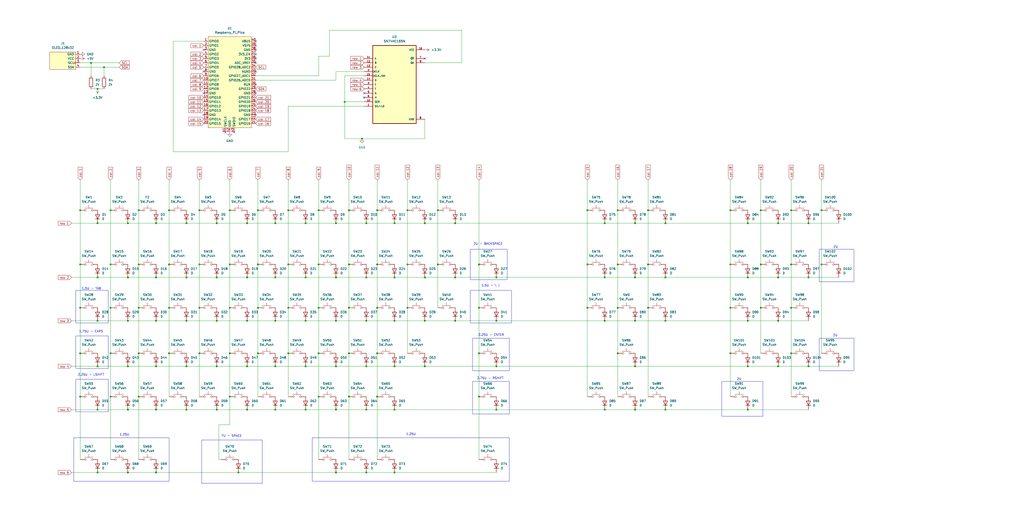
<source format=kicad_sch>
(kicad_sch (version 20231120) (generator "eeschema") (generator_version "8.0")
  (paper "User" 600 300)
  (junction (at 127 240.03))
  (junction (at 214.63 162.56))
  (junction (at 372.11 214.63))
  (junction (at 57.15 162.56))
  (junction (at 238.76 180.34))
  (junction (at 280.67 232.41))
  (junction (at 220.98 154.94))
  (junction (at 127 187.96))
  (junction (at 220.98 232.41))
  (junction (at 344.17 180.34))
  (junction (at 379.73 123.19))
  (junction (at 139.7 276.86))
  (junction (at 186.69 207.01))
  (junction (at 238.76 123.19))
  (junction (at 60.96 39.37))
  (junction (at 168.91 180.34))
  (junction (at 134.62 180.34))
  (junction (at 151.13 180.34))
  (junction (at 134.62 123.19))
  (junction (at 212.09 81.28))
  (junction (at 361.95 154.94))
  (junction (at 196.85 162.56))
  (junction (at 64.77 180.34))
  (junction (at 74.93 240.03))
  (junction (at 361.95 123.19))
  (junction (at 280.67 154.94))
  (junction (at 438.15 187.96))
  (junction (at 354.33 162.56))
  (junction (at 179.07 214.63))
  (junction (at 445.77 180.34))
  (junction (at 127 130.81))
  (junction (at 266.7 187.96))
  (junction (at 354.33 240.03))
  (junction (at 134.62 154.94))
  (junction (at 168.91 154.94))
  (junction (at 81.28 154.94))
  (junction (at 214.63 187.96))
  (junction (at 186.69 154.94))
  (junction (at 238.76 154.94))
  (junction (at 266.7 162.56))
  (junction (at 389.89 162.56))
  (junction (at 186.69 123.19))
  (junction (at 220.98 207.01))
  (junction (at 473.71 162.56))
  (junction (at 81.28 123.19))
  (junction (at 344.17 154.94))
  (junction (at 46.99 123.19))
  (junction (at 204.47 154.94))
  (junction (at 74.93 162.56))
  (junction (at 455.93 130.81))
  (junction (at 231.14 187.96))
  (junction (at 144.78 214.63))
  (junction (at 290.83 187.96))
  (junction (at 168.91 123.19))
  (junction (at 81.28 232.41))
  (junction (at 64.77 207.01))
  (junction (at 91.44 240.03))
  (junction (at 91.44 214.63))
  (junction (at 109.22 214.63))
  (junction (at 179.07 162.56))
  (junction (at 46.99 207.01))
  (junction (at 109.22 162.56))
  (junction (at 161.29 214.63))
  (junction (at 144.78 130.81))
  (junction (at 231.14 276.86))
  (junction (at 91.44 187.96))
  (junction (at 161.29 162.56))
  (junction (at 438.15 240.03))
  (junction (at 445.77 123.19))
  (junction (at 57.15 52.07))
  (junction (at 427.99 180.34))
  (junction (at 389.89 240.03))
  (junction (at 127 214.63))
  (junction (at 151.13 154.94))
  (junction (at 57.15 187.96))
  (junction (at 109.22 187.96))
  (junction (at 220.98 123.19))
  (junction (at 361.95 180.34))
  (junction (at 204.47 232.41))
  (junction (at 91.44 162.56))
  (junction (at 427.99 154.94))
  (junction (at 116.84 180.34))
  (junction (at 99.06 180.34))
  (junction (at 372.11 187.96))
  (junction (at 46.99 154.94))
  (junction (at 46.99 232.41))
  (junction (at 438.15 130.81))
  (junction (at 161.29 240.03))
  (junction (at 280.67 207.01))
  (junction (at 473.71 214.63))
  (junction (at 144.78 162.56))
  (junction (at 81.28 207.01))
  (junction (at 463.55 207.01))
  (junction (at 186.69 232.41))
  (junction (at 389.89 187.96))
  (junction (at 256.54 154.94))
  (junction (at 179.07 187.96))
  (junction (at 46.99 180.34))
  (junction (at 196.85 240.03))
  (junction (at 354.33 130.81))
  (junction (at 179.07 240.03))
  (junction (at 161.29 130.81))
  (junction (at 151.13 207.01))
  (junction (at 74.93 276.86))
  (junction (at 161.29 187.96))
  (junction (at 379.73 180.34))
  (junction (at 74.93 214.63))
  (junction (at 214.63 214.63))
  (junction (at 74.93 187.96))
  (junction (at 116.84 207.01))
  (junction (at 220.98 180.34))
  (junction (at 438.15 214.63))
  (junction (at 248.92 187.96))
  (junction (at 196.85 276.86))
  (junction (at 266.7 130.81))
  (junction (at 463.55 180.34))
  (junction (at 389.89 130.81))
  (junction (at 290.83 162.56))
  (junction (at 179.07 130.81))
  (junction (at 186.69 180.34))
  (junction (at 64.77 232.41))
  (junction (at 372.11 240.03))
  (junction (at 91.44 130.81))
  (junction (at 231.14 130.81))
  (junction (at 214.63 130.81))
  (junction (at 354.33 187.96))
  (junction (at 127 162.56))
  (junction (at 204.47 123.19))
  (junction (at 214.63 276.86))
  (junction (at 438.15 162.56))
  (junction (at 248.92 214.63))
  (junction (at 64.77 154.94))
  (junction (at 196.85 130.81))
  (junction (at 379.73 154.94))
  (junction (at 372.11 162.56))
  (junction (at 134.62 207.01))
  (junction (at 144.78 240.03))
  (junction (at 344.17 123.19))
  (junction (at 99.06 123.19))
  (junction (at 463.55 123.19))
  (junction (at 204.47 180.34))
  (junction (at 231.14 214.63))
  (junction (at 144.78 187.96))
  (junction (at 248.92 162.56))
  (junction (at 361.95 207.01))
  (junction (at 57.15 276.86))
  (junction (at 109.22 130.81))
  (junction (at 445.77 154.94))
  (junction (at 280.67 180.34))
  (junction (at 290.83 214.63))
  (junction (at 81.28 180.34))
  (junction (at 248.92 130.81))
  (junction (at 473.71 130.81))
  (junction (at 204.47 207.01))
  (junction (at 372.11 130.81))
  (junction (at 57.15 240.03))
  (junction (at 427.99 123.19))
  (junction (at 57.15 214.63))
  (junction (at 74.93 130.81))
  (junction (at 134.62 232.41))
  (junction (at 99.06 207.01))
  (junction (at 57.15 130.81))
  (junction (at 455.93 162.56))
  (junction (at 481.33 123.19))
  (junction (at 231.14 240.03))
  (junction (at 99.06 154.94))
  (junction (at 196.85 187.96))
  (junction (at 201.93 59.69))
  (junction (at 116.84 123.19))
  (junction (at 231.14 162.56))
  (junction (at 168.91 207.01))
  (junction (at 481.33 154.94))
  (junction (at 455.93 214.63))
  (junction (at 427.99 207.01))
  (junction (at 91.44 276.86))
  (junction (at 290.83 240.03))
  (junction (at 109.22 240.03))
  (junction (at 463.55 154.94))
  (junction (at 455.93 187.96))
  (junction (at 53.34 36.83))
  (junction (at 151.13 123.19))
  (junction (at 64.77 123.19))
  (junction (at 256.54 123.19))
  (junction (at 196.85 214.63))
  (junction (at 116.84 154.94))
  (junction (at 214.63 240.03))
  (no_connect (at 119.38 67.31))
  (no_connect (at 213.36 54.61))
  (no_connect (at 119.38 54.61))
  (no_connect (at 149.86 29.21))
  (no_connect (at 149.86 24.13))
  (no_connect (at 132.08 77.47))
  (no_connect (at 119.38 29.21))
  (no_connect (at 149.86 67.31))
  (no_connect (at 149.86 41.91))
  (no_connect (at 149.86 26.67))
  (no_connect (at 149.86 54.61))
  (no_connect (at 119.38 41.91))
  (no_connect (at 213.36 57.15))
  (no_connect (at 149.86 49.53))
  (no_connect (at 149.86 31.75))
  (no_connect (at 248.92 34.29))
  (no_connect (at 137.16 77.47))
  (no_connect (at 149.86 34.29))
  (no_connect (at 149.86 36.83))
  (wire (pts (xy 57.15 52.07) (xy 60.96 52.07)))
  (wire (pts (xy 238.76 180.34) (xy 238.76 207.01)))
  (wire (pts (xy 81.28 232.41) (xy 81.28 269.24)))
  (wire (pts (xy 372.11 130.81) (xy 389.89 130.81)))
  (wire (pts (xy 81.28 105.41) (xy 81.28 123.19)))
  (wire (pts (xy 455.93 130.81) (xy 473.71 130.81)))
  (wire (pts (xy 354.33 187.96) (xy 372.11 187.96)))
  (wire (pts (xy 389.89 162.56) (xy 438.15 162.56)))
  (wire (pts (xy 290.83 187.96) (xy 354.33 187.96)))
  (wire (pts (xy 344.17 180.34) (xy 344.17 232.41)))
  (wire (pts (xy 427.99 180.34) (xy 427.99 207.01)))
  (wire (pts (xy 196.85 41.91) (xy 213.36 41.91)))
  (wire (pts (xy 256.54 154.94) (xy 256.54 180.34)))
  (wire (pts (xy 179.07 187.96) (xy 196.85 187.96)))
  (wire (pts (xy 438.15 214.63) (xy 455.93 214.63)))
  (wire (pts (xy 57.15 214.63) (xy 74.93 214.63)))
  (wire (pts (xy 379.73 105.41) (xy 379.73 123.19)))
  (wire (pts (xy 60.96 44.45) (xy 60.96 39.37)))
  (wire (pts (xy 248.92 81.28) (xy 248.92 69.85)))
  (wire (pts (xy 196.85 162.56) (xy 214.63 162.56)))
  (wire (pts (xy 204.47 123.19) (xy 204.47 154.94)))
  (wire (pts (xy 344.17 123.19) (xy 344.17 154.94)))
  (wire (pts (xy 91.44 130.81) (xy 109.22 130.81)))
  (wire (pts (xy 379.73 154.94) (xy 379.73 180.34)))
  (wire (pts (xy 379.73 180.34) (xy 379.73 232.41)))
  (wire (pts (xy 41.91 187.96) (xy 57.15 187.96)))
  (wire (pts (xy 354.33 240.03) (xy 372.11 240.03)))
  (wire (pts (xy 134.62 180.34) (xy 134.62 207.01)))
  (wire (pts (xy 214.63 214.63) (xy 231.14 214.63)))
  (wire (pts (xy 116.84 123.19) (xy 116.84 154.94)))
  (wire (pts (xy 186.69 154.94) (xy 186.69 180.34)))
  (wire (pts (xy 91.44 240.03) (xy 109.22 240.03)))
  (wire (pts (xy 109.22 214.63) (xy 127 214.63)))
  (wire (pts (xy 256.54 123.19) (xy 256.54 154.94)))
  (wire (pts (xy 463.55 154.94) (xy 463.55 180.34)))
  (wire (pts (xy 463.55 105.41) (xy 463.55 123.19)))
  (wire (pts (xy 186.69 105.41) (xy 186.69 123.19)))
  (wire (pts (xy 266.7 162.56) (xy 290.83 162.56)))
  (wire (pts (xy 204.47 180.34) (xy 204.47 207.01)))
  (wire (pts (xy 361.95 154.94) (xy 361.95 180.34)))
  (wire (pts (xy 379.73 123.19) (xy 379.73 154.94)))
  (wire (pts (xy 46.99 207.01) (xy 46.99 232.41)))
  (wire (pts (xy 91.44 214.63) (xy 109.22 214.63)))
  (wire (pts (xy 179.07 130.81) (xy 196.85 130.81)))
  (wire (pts (xy 212.09 81.28) (xy 248.92 81.28)))
  (wire (pts (xy 280.67 207.01) (xy 280.67 232.41)))
  (wire (pts (xy 213.36 44.45) (xy 201.93 44.45)))
  (wire (pts (xy 186.69 232.41) (xy 186.69 269.24)))
  (wire (pts (xy 134.62 232.41) (xy 134.62 248.92)))
  (wire (pts (xy 270.51 36.83) (xy 248.92 36.83)))
  (wire (pts (xy 220.98 154.94) (xy 220.98 180.34)))
  (wire (pts (xy 186.69 33.02) (xy 193.04 33.02)))
  (wire (pts (xy 134.62 123.19) (xy 134.62 154.94)))
  (wire (pts (xy 168.91 154.94) (xy 168.91 180.34)))
  (wire (pts (xy 74.93 130.81) (xy 91.44 130.81)))
  (wire (pts (xy 41.91 130.81) (xy 57.15 130.81)))
  (wire (pts (xy 438.15 162.56) (xy 455.93 162.56)))
  (wire (pts (xy 116.84 180.34) (xy 116.84 207.01)))
  (wire (pts (xy 46.99 105.41) (xy 46.99 123.19)))
  (wire (pts (xy 220.98 232.41) (xy 220.98 269.24)))
  (wire (pts (xy 455.93 162.56) (xy 473.71 162.56)))
  (wire (pts (xy 186.69 180.34) (xy 186.69 207.01)))
  (wire (pts (xy 64.77 105.41) (xy 64.77 123.19)))
  (wire (pts (xy 201.93 59.69) (xy 213.36 59.69)))
  (wire (pts (xy 161.29 187.96) (xy 179.07 187.96)))
  (wire (pts (xy 41.91 162.56) (xy 57.15 162.56)))
  (wire (pts (xy 128.27 248.92) (xy 134.62 248.92)))
  (wire (pts (xy 134.62 105.41) (xy 134.62 123.19)))
  (wire (pts (xy 151.13 105.41) (xy 151.13 123.19)))
  (wire (pts (xy 204.47 105.41) (xy 204.47 123.19)))
  (wire (pts (xy 144.78 214.63) (xy 161.29 214.63)))
  (wire (pts (xy 481.33 154.94) (xy 481.33 207.01)))
  (wire (pts (xy 196.85 187.96) (xy 214.63 187.96)))
  (wire (pts (xy 81.28 123.19) (xy 81.28 154.94)))
  (wire (pts (xy 41.91 214.63) (xy 57.15 214.63)))
  (wire (pts (xy 151.13 154.94) (xy 151.13 180.34)))
  (wire (pts (xy 168.91 180.34) (xy 168.91 207.01)))
  (wire (pts (xy 41.91 276.86) (xy 57.15 276.86)))
  (wire (pts (xy 214.63 162.56) (xy 231.14 162.56)))
  (wire (pts (xy 179.07 240.03) (xy 196.85 240.03)))
  (wire (pts (xy 445.77 180.34) (xy 445.77 207.01)))
  (wire (pts (xy 214.63 276.86) (xy 231.14 276.86)))
  (wire (pts (xy 53.34 36.83) (xy 46.99 36.83)))
  (wire (pts (xy 231.14 162.56) (xy 248.92 162.56)))
  (wire (pts (xy 134.62 154.94) (xy 134.62 180.34)))
  (wire (pts (xy 161.29 162.56) (xy 179.07 162.56)))
  (wire (pts (xy 69.85 39.37) (xy 60.96 39.37)))
  (wire (pts (xy 149.86 44.45) (xy 186.69 44.45)))
  (wire (pts (xy 57.15 240.03) (xy 74.93 240.03)))
  (wire (pts (xy 481.33 123.19) (xy 481.33 154.94)))
  (wire (pts (xy 290.83 214.63) (xy 372.11 214.63)))
  (wire (pts (xy 290.83 162.56) (xy 354.33 162.56)))
  (wire (pts (xy 53.34 52.07) (xy 57.15 52.07)))
  (wire (pts (xy 101.6 88.9) (xy 101.6 24.13)))
  (wire (pts (xy 161.29 214.63) (xy 179.07 214.63)))
  (wire (pts (xy 427.99 123.19) (xy 427.99 154.94)))
  (wire (pts (xy 69.85 36.83) (xy 53.34 36.83)))
  (wire (pts (xy 361.95 207.01) (xy 361.95 232.41)))
  (wire (pts (xy 151.13 180.34) (xy 151.13 207.01)))
  (wire (pts (xy 128.27 269.24) (xy 128.27 248.92)))
  (wire (pts (xy 99.06 180.34) (xy 99.06 207.01)))
  (wire (pts (xy 64.77 154.94) (xy 64.77 180.34)))
  (wire (pts (xy 127 240.03) (xy 144.78 240.03)))
  (wire (pts (xy 46.99 232.41) (xy 46.99 269.24)))
  (wire (pts (xy 204.47 232.41) (xy 204.47 269.24)))
  (wire (pts (xy 231.14 187.96) (xy 248.92 187.96)))
  (wire (pts (xy 196.85 214.63) (xy 214.63 214.63)))
  (wire (pts (xy 193.04 17.78) (xy 270.51 17.78)))
  (wire (pts (xy 248.92 214.63) (xy 290.83 214.63)))
  (wire (pts (xy 109.22 240.03) (xy 127 240.03)))
  (wire (pts (xy 64.77 207.01) (xy 64.77 232.41)))
  (wire (pts (xy 186.69 44.45) (xy 186.69 33.02)))
  (wire (pts (xy 139.7 276.86) (xy 196.85 276.86)))
  (wire (pts (xy 455.93 214.63) (xy 473.71 214.63)))
  (wire (pts (xy 91.44 162.56) (xy 109.22 162.56)))
  (wire (pts (xy 81.28 180.34) (xy 81.28 207.01)))
  (wire (pts (xy 196.85 46.99) (xy 196.85 41.91)))
  (wire (pts (xy 372.11 214.63) (xy 438.15 214.63)))
  (wire (pts (xy 344.17 154.94) (xy 344.17 180.34)))
  (wire (pts (xy 361.95 123.19) (xy 361.95 154.94)))
  (wire (pts (xy 427.99 154.94) (xy 427.99 180.34)))
  (wire (pts (xy 248.92 187.96) (xy 266.7 187.96)))
  (wire (pts (xy 101.6 24.13) (xy 119.38 24.13)))
  (wire (pts (xy 473.71 130.81) (xy 491.49 130.81)))
  (wire (pts (xy 427.99 105.41) (xy 427.99 123.19)))
  (wire (pts (xy 238.76 123.19) (xy 238.76 154.94)))
  (wire (pts (xy 134.62 207.01) (xy 134.62 232.41)))
  (wire (pts (xy 116.84 154.94) (xy 116.84 180.34)))
  (wire (pts (xy 161.29 240.03) (xy 179.07 240.03)))
  (wire (pts (xy 220.98 123.19) (xy 220.98 154.94)))
  (wire (pts (xy 389.89 130.81) (xy 438.15 130.81)))
  (wire (pts (xy 473.71 214.63) (xy 491.49 214.63)))
  (wire (pts (xy 220.98 207.01) (xy 220.98 232.41)))
  (wire (pts (xy 463.55 180.34) (xy 463.55 207.01)))
  (wire (pts (xy 389.89 187.96) (xy 438.15 187.96)))
  (wire (pts (xy 128.27 269.24) (xy 129.54 269.24)))
  (wire (pts (xy 231.14 214.63) (xy 248.92 214.63)))
  (wire (pts (xy 280.67 232.41) (xy 280.67 269.24)))
  (wire (pts (xy 201.93 81.28) (xy 212.09 81.28)))
  (wire (pts (xy 196.85 130.81) (xy 214.63 130.81)))
  (wire (pts (xy 473.71 162.56) (xy 491.49 162.56)))
  (wire (pts (xy 290.83 240.03) (xy 354.33 240.03)))
  (wire (pts (xy 438.15 130.81) (xy 455.93 130.81)))
  (wire (pts (xy 41.91 240.03) (xy 57.15 240.03)))
  (wire (pts (xy 238.76 154.94) (xy 238.76 180.34)))
  (wire (pts (xy 231.14 276.86) (xy 290.83 276.86)))
  (wire (pts (xy 91.44 187.96) (xy 109.22 187.96)))
  (wire (pts (xy 248.92 130.81) (xy 266.7 130.81)))
  (wire (pts (xy 74.93 214.63) (xy 91.44 214.63)))
  (wire (pts (xy 57.15 162.56) (xy 74.93 162.56)))
  (wire (pts (xy 168.91 105.41) (xy 168.91 123.19)))
  (wire (pts (xy 445.77 105.41) (xy 445.77 123.19)))
  (wire (pts (xy 127 187.96) (xy 144.78 187.96)))
  (wire (pts (xy 116.84 105.41) (xy 116.84 123.19)))
  (wire (pts (xy 280.67 180.34) (xy 280.67 207.01)))
  (wire (pts (xy 354.33 130.81) (xy 372.11 130.81)))
  (wire (pts (xy 179.07 214.63) (xy 196.85 214.63)))
  (wire (pts (xy 64.77 123.19) (xy 64.77 154.94)))
  (wire (pts (xy 74.93 162.56) (xy 91.44 162.56)))
  (wire (pts (xy 57.15 130.81) (xy 74.93 130.81)))
  (wire (pts (xy 127 130.81) (xy 144.78 130.81)))
  (wire (pts (xy 144.78 162.56) (xy 161.29 162.56)))
  (wire (pts (xy 127 162.56) (xy 144.78 162.56)))
  (wire (pts (xy 64.77 180.34) (xy 64.77 207.01)))
  (wire (pts (xy 204.47 207.01) (xy 204.47 232.41)))
  (wire (pts (xy 231.14 240.03) (xy 290.83 240.03)))
  (wire (pts (xy 372.11 162.56) (xy 389.89 162.56)))
  (wire (pts (xy 57.15 276.86) (xy 74.93 276.86)))
  (wire (pts (xy 372.11 187.96) (xy 389.89 187.96)))
  (wire (pts (xy 455.93 187.96) (xy 473.71 187.96)))
  (wire (pts (xy 266.7 187.96) (xy 290.83 187.96)))
  (wire (pts (xy 81.28 154.94) (xy 81.28 180.34)))
  (wire (pts (xy 149.86 46.99) (xy 196.85 46.99)))
  (wire (pts (xy 220.98 180.34) (xy 220.98 207.01)))
  (wire (pts (xy 46.99 154.94) (xy 46.99 180.34)))
  (wire (pts (xy 196.85 240.03) (xy 214.63 240.03)))
  (wire (pts (xy 186.69 207.01) (xy 186.69 232.41)))
  (wire (pts (xy 144.78 130.81) (xy 161.29 130.81)))
  (wire (pts (xy 99.06 207.01) (xy 99.06 232.41)))
  (wire (pts (xy 201.93 59.69) (xy 201.93 81.28)))
  (wire (pts (xy 144.78 240.03) (xy 161.29 240.03)))
  (wire (pts (xy 99.06 105.41) (xy 99.06 123.19)))
  (wire (pts (xy 213.36 62.23) (xy 168.91 62.23)))
  (wire (pts (xy 280.67 154.94) (xy 280.67 180.34)))
  (wire (pts (xy 214.63 187.96) (xy 231.14 187.96)))
  (wire (pts (xy 256.54 105.41) (xy 256.54 123.19)))
  (wire (pts (xy 231.14 130.81) (xy 248.92 130.81)))
  (wire (pts (xy 109.22 187.96) (xy 127 187.96)))
  (wire (pts (xy 168.91 88.9) (xy 101.6 88.9)))
  (wire (pts (xy 438.15 187.96) (xy 455.93 187.96)))
  (wire (pts (xy 46.99 123.19) (xy 46.99 154.94)))
  (wire (pts (xy 144.78 187.96) (xy 161.29 187.96)))
  (wire (pts (xy 238.76 105.41) (xy 238.76 123.19)))
  (wire (pts (xy 427.99 207.01) (xy 427.99 232.41)))
  (wire (pts (xy 91.44 276.86) (xy 139.7 276.86)))
  (wire (pts (xy 361.95 105.41) (xy 361.95 123.19)))
  (wire (pts (xy 280.67 105.41) (xy 280.67 154.94)))
  (wire (pts (xy 57.15 187.96) (xy 74.93 187.96)))
  (wire (pts (xy 372.11 240.03) (xy 389.89 240.03)))
  (wire (pts (xy 389.89 240.03) (xy 438.15 240.03)))
  (wire (pts (xy 168.91 207.01) (xy 168.91 232.41)))
  (wire (pts (xy 214.63 130.81) (xy 231.14 130.81)))
  (wire (pts (xy 60.96 39.37) (xy 46.99 39.37)))
  (wire (pts (xy 344.17 105.41) (xy 344.17 123.19)))
  (wire (pts (xy 161.29 130.81) (xy 179.07 130.81)))
  (wire (pts (xy 74.93 240.03) (xy 91.44 240.03)))
  (wire (pts (xy 186.69 123.19) (xy 186.69 154.94)))
  (wire (pts (xy 266.7 130.81) (xy 354.33 130.81)))
  (wire (pts (xy 445.77 123.19) (xy 445.77 154.94)))
  (wire (pts (xy 481.33 105.41) (xy 481.33 123.19)))
  (wire (pts (xy 109.22 130.81) (xy 127 130.81)))
  (wire (pts (xy 74.93 276.86) (xy 91.44 276.86)))
  (wire (pts (xy 463.55 123.19) (xy 463.55 154.94)))
  (wire (pts (xy 127 214.63) (xy 144.78 214.63)))
  (wire (pts (xy 354.33 162.56) (xy 372.11 162.56)))
  (wire (pts (xy 116.84 207.01) (xy 116.84 232.41)))
  (wire (pts (xy 463.55 207.01) (xy 463.55 232.41)))
  (wire (pts (xy 81.28 207.01) (xy 81.28 232.41)))
  (wire (pts (xy 109.22 162.56) (xy 127 162.56)))
  (wire (pts (xy 179.07 162.56) (xy 196.85 162.56)))
  (wire (pts (xy 201.93 44.45) (xy 201.93 59.69)))
  (wire (pts (xy 204.47 154.94) (xy 204.47 180.34)))
  (wire (pts (xy 193.04 33.02) (xy 193.04 17.78)))
  (wire (pts (xy 168.91 62.23) (xy 168.91 88.9)))
  (wire (pts (xy 53.34 44.45) (xy 53.34 36.83)))
  (wire (pts (xy 151.13 123.19) (xy 151.13 154.94)))
  (wire (pts (xy 99.06 154.94) (xy 99.06 180.34)))
  (wire (pts (xy 74.93 187.96) (xy 91.44 187.96)))
  (wire (pts (xy 151.13 207.01) (xy 151.13 232.41)))
  (wire (pts (xy 168.91 123.19) (xy 168.91 154.94)))
  (wire (pts (xy 214.63 240.03) (xy 231.14 240.03)))
  (wire (pts (xy 270.51 17.78) (xy 270.51 36.83)))
  (wire (pts (xy 64.77 232.41) (xy 64.77 269.24)))
  (wire (pts (xy 46.99 180.34) (xy 46.99 207.01)))
  (wire (pts (xy 196.85 276.86) (xy 214.63 276.86)))
  (wire (pts (xy 438.15 240.03) (xy 473.71 240.03)))
  (wire (pts (xy 220.98 105.41) (xy 220.98 123.19)))
  (wire (pts (xy 445.77 154.94) (xy 445.77 180.34)))
  (wire (pts (xy 361.95 180.34) (xy 361.95 207.01)))
  (wire (pts (xy 248.92 162.56) (xy 266.7 162.56)))
  (wire (pts (xy 99.06 123.19) (xy 99.06 154.94)))
  (rectangle (start 480.06 146.05) (end 500.38 165.1))
  (rectangle (start 275.59 170.18) (end 299.72 189.23))
  (rectangle (start 118.11 257.81) (end 153.67 283.21))
  (rectangle (start 44.45 222.25) (end 63.5 241.3))
  (rectangle (start 276.86 198.12) (end 298.45 217.17))
  (rectangle (start 422.91 223.52) (end 447.04 243.84))
  (rectangle (start 182.88 256.54) (end 298.45 281.94))
  (rectangle (start 275.59 146.05) (end 297.18 163.83))
  (rectangle (start 480.06 198.12) (end 500.38 217.17))
  (rectangle (start 43.18 256.54) (end 99.06 281.94))
  (rectangle (start 276.86 223.52) (end 298.45 242.57))
  (rectangle (start 44.45 170.18) (end 63.5 189.23))
  (rectangle (start 44.45 196.85) (end 63.5 215.9))
  (text "2.75U - RSHIFT\n" (at 287.274 221.742 0) (effects (font (size 1.27 1.27))))
  (text "2U - BACKSPACE\n\n" (at 286.004 144.018 0) (effects (font (size 1.27 1.27))))
  (text "1.5U - \\ |\n" (at 287.528 167.386 0) (effects (font (size 1.27 1.27))))
  (text "1.75U - CAPS\n" (at 53.34 194.31 0) (effects (font (size 1.27 1.27))))
  (text "7U - SPACE\n" (at 135.636 255.524 0) (effects (font (size 1.27 1.27))))
  (text "2U\n" (at 489.458 196.596 0) (effects (font (size 1.27 1.27))))
  (text "2U\n" (at 489.712 144.78 0) (effects (font (size 1.27 1.27))))
  (text "1.25U\n" (at 72.898 254.762 0) (effects (font (size 1.27 1.27))))
  (text "2.25U - ENTER" (at 287.782 196.342 0) (effects (font (size 1.27 1.27))))
  (text "2U\n" (at 433.07 222.25 0) (effects (font (size 1.27 1.27))))
  (text "2.25U - LSHIFT\n" (at 53.34 219.71 0) (effects (font (size 1.27 1.27))))
  (text "1.5U - TAB\n\n" (at 53.594 170.18 0) (effects (font (size 1.27 1.27))))
  (text "1.25U\n" (at 240.792 254.508 0) (effects (font (size 1.27 1.27))))
  (global_label "SDA" (shape input) (at 69.85 39.37 0) (property "Intersheetrefs" "${INTERSHEET_REFS}" (effects (hide yes))))
  (global_label "col 19" (shape input) (at 149.86 62.23 0) (property "Intersheetrefs" "${INTERSHEET_REFS}" (effects (hide yes))))
  (global_label "row 1" (shape input) (at 41.91 130.81 180) (property "Intersheetrefs" "${INTERSHEET_REFS}" (effects (hide yes))))
  (global_label "col 19" (shape input) (at 445.77 105.41 90) (property "Intersheetrefs" "${INTERSHEET_REFS}" (effects (hide yes))))
  (global_label "col 10" (shape input) (at 204.47 105.41 90) (property "Intersheetrefs" "${INTERSHEET_REFS}" (effects (hide yes))))
  (global_label "col 11" (shape input) (at 220.98 105.41 90) (property "Intersheetrefs" "${INTERSHEET_REFS}" (effects (hide yes))))
  (global_label "SCL" (shape input) (at 149.86 39.37 0) (property "Intersheetrefs" "${INTERSHEET_REFS}" (effects (hide yes))))
  (global_label "col 17" (shape input) (at 379.73 105.41 90) (property "Intersheetrefs" "${INTERSHEET_REFS}" (effects (hide yes))))
  (global_label "col 4" (shape input) (at 119.38 36.83 180) (property "Intersheetrefs" "${INTERSHEET_REFS}" (effects (hide yes))))
  (global_label "col 20" (shape input) (at 463.55 105.41 90) (property "Intersheetrefs" "${INTERSHEET_REFS}" (effects (hide yes))))
  (global_label "row 2" (shape input) (at 213.36 36.83 180) (property "Intersheetrefs" "${INTERSHEET_REFS}" (effects (hide yes))))
  (global_label "row 4" (shape input) (at 213.36 46.99 180) (property "Intersheetrefs" "${INTERSHEET_REFS}" (effects (hide yes))))
  (global_label "col 12" (shape input) (at 238.76 105.41 90) (property "Intersheetrefs" "${INTERSHEET_REFS}" (effects (hide yes))))
  (global_label "col 16" (shape input) (at 149.86 72.39 0) (property "Intersheetrefs" "${INTERSHEET_REFS}" (effects (hide yes))))
  (global_label "SDA" (shape input) (at 149.86 52.07 0) (property "Intersheetrefs" "${INTERSHEET_REFS}" (effects (hide yes))))
  (global_label "col 2" (shape input) (at 64.77 105.41 90) (property "Intersheetrefs" "${INTERSHEET_REFS}" (effects (hide yes))))
  (global_label "col 9" (shape input) (at 186.69 105.41 90) (property "Intersheetrefs" "${INTERSHEET_REFS}" (effects (hide yes))))
  (global_label "col 9" (shape input) (at 119.38 52.07 180) (property "Intersheetrefs" "${INTERSHEET_REFS}" (effects (hide yes))))
  (global_label "row 1" (shape input) (at 213.36 34.29 180) (property "Intersheetrefs" "${INTERSHEET_REFS}" (effects (hide yes))))
  (global_label "col 5" (shape input) (at 116.84 105.41 90) (property "Intersheetrefs" "${INTERSHEET_REFS}" (effects (hide yes))))
  (global_label "col 16" (shape input) (at 361.95 105.41 90) (property "Intersheetrefs" "${INTERSHEET_REFS}" (effects (hide yes))))
  (global_label "col 20" (shape input) (at 149.86 59.69 0) (property "Intersheetrefs" "${INTERSHEET_REFS}" (effects (hide yes))))
  (global_label "col 2" (shape input) (at 119.38 31.75 180) (property "Intersheetrefs" "${INTERSHEET_REFS}" (effects (hide yes))))
  (global_label "col 6" (shape input) (at 119.38 44.45 180) (property "Intersheetrefs" "${INTERSHEET_REFS}" (effects (hide yes))))
  (global_label "col 12" (shape input) (at 119.38 62.23 180) (property "Intersheetrefs" "${INTERSHEET_REFS}" (effects (hide yes))))
  (global_label "row 2" (shape input) (at 41.91 162.56 180) (property "Intersheetrefs" "${INTERSHEET_REFS}" (effects (hide yes))))
  (global_label "row 3" (shape input) (at 213.36 39.37 180) (property "Intersheetrefs" "${INTERSHEET_REFS}" (effects (hide yes))))
  (global_label "col 10" (shape input) (at 119.38 57.15 180) (property "Intersheetrefs" "${INTERSHEET_REFS}" (effects (hide yes))))
  (global_label "col 7" (shape input) (at 119.38 46.99 180) (property "Intersheetrefs" "${INTERSHEET_REFS}" (effects (hide yes))))
  (global_label "row 3" (shape input) (at 41.91 187.96 180) (property "Intersheetrefs" "${INTERSHEET_REFS}" (effects (hide yes))))
  (global_label "col 3" (shape input) (at 81.28 105.41 90) (property "Intersheetrefs" "${INTERSHEET_REFS}" (effects (hide yes))))
  (global_label "row 4" (shape input) (at 41.91 214.63 180) (property "Intersheetrefs" "${INTERSHEET_REFS}" (effects (hide yes))))
  (global_label "col 13" (shape input) (at 119.38 64.77 180) (property "Intersheetrefs" "${INTERSHEET_REFS}" (effects (hide yes))))
  (global_label "col 21" (shape input) (at 481.33 105.41 90) (property "Intersheetrefs" "${INTERSHEET_REFS}" (effects (hide yes))))
  (global_label "col 18" (shape input) (at 149.86 64.77 0) (property "Intersheetrefs" "${INTERSHEET_REFS}" (effects (hide yes))))
  (global_label "row 6" (shape input) (at 41.91 276.86 180) (property "Intersheetrefs" "${INTERSHEET_REFS}" (effects (hide yes))))
  (global_label "col 8" (shape input) (at 119.38 49.53 180) (property "Intersheetrefs" "${INTERSHEET_REFS}" (effects (hide yes))))
  (global_label "col 14" (shape input) (at 119.38 69.85 180) (property "Intersheetrefs" "${INTERSHEET_REFS}" (effects (hide yes))))
  (global_label "row 5" (shape input) (at 213.36 49.53 180) (property "Intersheetrefs" "${INTERSHEET_REFS}" (effects (hide yes))))
  (global_label "col 1" (shape input) (at 46.99 105.41 90) (property "Intersheetrefs" "${INTERSHEET_REFS}" (effects (hide yes))))
  (global_label "col 6" (shape input) (at 134.62 105.41 90) (property "Intersheetrefs" "${INTERSHEET_REFS}" (effects (hide yes))))
  (global_label "SCL" (shape input) (at 69.85 36.83 0) (property "Intersheetrefs" "${INTERSHEET_REFS}" (effects (hide yes))))
  (global_label "row 6" (shape input) (at 213.36 52.07 180) (property "Intersheetrefs" "${INTERSHEET_REFS}" (effects (hide yes))))
  (global_label "col 13" (shape input) (at 256.54 105.41 90) (property "Intersheetrefs" "${INTERSHEET_REFS}" (effects (hide yes))))
  (global_label "col 3" (shape input) (at 119.38 34.29 180) (property "Intersheetrefs" "${INTERSHEET_REFS}" (effects (hide yes))))
  (global_label "col 1" (shape input) (at 119.38 26.67 180) (property "Intersheetrefs" "${INTERSHEET_REFS}" (effects (hide yes))))
  (global_label "col 8" (shape input) (at 168.91 105.41 90) (property "Intersheetrefs" "${INTERSHEET_REFS}" (effects (hide yes))))
  (global_label "col 18" (shape input) (at 427.99 105.41 90) (property "Intersheetrefs" "${INTERSHEET_REFS}" (effects (hide yes))))
  (global_label "col 11" (shape input) (at 119.38 59.69 180) (property "Intersheetrefs" "${INTERSHEET_REFS}" (effects (hide yes))))
  (global_label "col 5" (shape input) (at 119.38 39.37 180) (property "Intersheetrefs" "${INTERSHEET_REFS}" (effects (hide yes))))
  (global_label "col 7" (shape input) (at 151.13 105.41 90) (property "Intersheetrefs" "${INTERSHEET_REFS}" (effects (hide yes))))
  (global_label "col 14" (shape input) (at 280.67 105.41 90) (property "Intersheetrefs" "${INTERSHEET_REFS}" (effects (hide yes))))
  (global_label "row 5" (shape input) (at 41.91 240.03 180) (property "Intersheetrefs" "${INTERSHEET_REFS}" (effects (hide yes))))
  (global_label "col 15" (shape input) (at 119.38 72.39 180) (property "Intersheetrefs" "${INTERSHEET_REFS}" (effects (hide yes))))
  (global_label "col 17" (shape input) (at 149.86 69.85 0) (property "Intersheetrefs" "${INTERSHEET_REFS}" (effects (hide yes))))
  (global_label "col 21" (shape input) (at 149.86 57.15 0) (property "Intersheetrefs" "${INTERSHEET_REFS}" (effects (hide yes))))
  (global_label "col 15" (shape input) (at 344.17 105.41 90) (property "Intersheetrefs" "${INTERSHEET_REFS}" (effects (hide yes))))
  (global_label "col 4" (shape input) (at 99.06 105.41 90) (property "Intersheetrefs" "${INTERSHEET_REFS}" (effects (hide yes))))
  (symbol (lib_id "Device:D") (at 179.07 210.82 90) (unit 1)
    (property "Reference" "D49" (at 181.61 209.5499 90) (effects (justify right)))
    (property "Value" "D" (at 181.61 212.0899 90) (effects (justify right)))
    (property "Footprint" "ScottoKeebs_Components:Diode_DO-35" (effects (hide yes)))
    (property "Description" "Diode" (effects (hide yes)))
    (property "Sim.Device" "D" (effects (hide yes)))
    (property "Sim.Pins" "1=K 2=A" (effects (hide yes)))
  )
  (symbol (lib_id "Device:D") (at 455.93 158.75 90) (unit 1)
    (property "Reference" "D93" (at 458.47 157.4799 90) (effects (justify right)))
    (property "Value" "D" (at 458.47 160.0199 90) (effects (justify right)))
    (property "Footprint" "ScottoKeebs_Components:Diode_DO-35" (effects (hide yes)))
    (property "Description" "Diode" (effects (hide yes)))
    (property "Sim.Device" "D" (effects (hide yes)))
    (property "Sim.Pins" "1=K 2=A" (effects (hide yes)))
  )
  (symbol (lib_id "Device:D") (at 179.07 236.22 90) (unit 1)
    (property "Reference" "D62" (at 181.61 234.9499 90) (effects (justify right)))
    (property "Value" "D" (at 181.61 237.4899 90) (effects (justify right)))
    (property "Footprint" "ScottoKeebs_Components:Diode_DO-35" (effects (hide yes)))
    (property "Description" "Diode" (effects (hide yes)))
    (property "Sim.Device" "D" (effects (hide yes)))
    (property "Sim.Pins" "1=K 2=A" (effects (hide yes)))
  )
  (symbol (lib_id "Switch:SW_Push") (at 52.07 207.01 0) (unit 1)
    (property "Reference" "SW42" (at 52.07 199.39 0))
    (property "Value" "SW_Push" (at 52.07 201.93 0))
    (property "Footprint" "ScottoKeebs_MX:MX_PCB_1.75u" (effects (hide yes)))
    (property "Description" "Push button switch, generic, two pins" (effects (hide yes)))
  )
  (symbol (lib_id "Device:D") (at 196.85 127 90) (unit 1)
    (property "Reference" "D9" (at 199.39 125.7299 90) (effects (justify right)))
    (property "Value" "D" (at 199.39 128.2699 90) (effects (justify right)))
    (property "Footprint" "ScottoKeebs_Components:Diode_DO-35" (effects (hide yes)))
    (property "Description" "Diode" (effects (hide yes)))
    (property "Sim.Device" "D" (effects (hide yes)))
    (property "Sim.Pins" "1=K 2=A" (effects (hide yes)))
  )
  (symbol (lib_id "Switch:SW_Push") (at 173.99 154.94 0) (unit 1)
    (property "Reference" "SW21" (at 173.99 147.32 0))
    (property "Value" "SW_Push" (at 173.99 149.86 0))
    (property "Footprint" "ScottoKeebs_MX:MX_PCB_1.00u" (effects (hide yes)))
    (property "Description" "Push button switch, generic, two pins" (effects (hide yes)))
  )
  (symbol (lib_id "Device:D") (at 57.15 273.05 90) (unit 1)
    (property "Reference" "D67" (at 59.69 271.7799 90) (effects (justify right)))
    (property "Value" "D" (at 59.69 274.3199 90) (effects (justify right)))
    (property "Footprint" "ScottoKeebs_Components:Diode_DO-35" (effects (hide yes)))
    (property "Description" "Diode" (effects (hide yes)))
    (property "Sim.Device" "D" (effects (hide yes)))
    (property "Sim.Pins" "1=K 2=A" (effects (hide yes)))
  )
  (symbol (lib_id "Switch:SW_Push") (at 121.92 207.01 0) (unit 1)
    (property "Reference" "SW46" (at 121.92 199.39 0))
    (property "Value" "SW_Push" (at 121.92 201.93 0))
    (property "Footprint" "ScottoKeebs_MX:MX_PCB_1.00u" (effects (hide yes)))
    (property "Description" "Push button switch, generic, two pins" (effects (hide yes)))
  )
  (symbol (lib_id "Device:D") (at 109.22 236.22 90) (unit 1)
    (property "Reference" "D58" (at 111.76 234.9499 90) (effects (justify right)))
    (property "Value" "D" (at 111.76 237.4899 90) (effects (justify right)))
    (property "Footprint" "ScottoKeebs_Components:Diode_DO-35" (effects (hide yes)))
    (property "Description" "Diode" (effects (hide yes)))
    (property "Sim.Device" "D" (effects (hide yes)))
    (property "Sim.Pins" "1=K 2=A" (effects (hide yes)))
  )
  (symbol (lib_id "Switch:SW_Push") (at 384.81 232.41 0) (unit 1)
    (property "Reference" "SW89" (at 384.81 224.79 0))
    (property "Value" "SW_Push" (at 384.81 227.33 0))
    (property "Footprint" "ScottoKeebs_MX:MX_PCB_1.00u" (effects (hide yes)))
    (property "Description" "Push button switch, generic, two pins" (effects (hide yes)))
  )
  (symbol (lib_id "Switch:SW_Push") (at 468.63 180.34 0) (unit 1)
    (property "Reference" "SW98" (at 468.63 172.72 0))
    (property "Value" "SW_Push" (at 468.63 175.26 0))
    (property "Footprint" "ScottoKeebs_MX:MX_PCB_1.00u" (effects (hide yes)))
    (property "Description" "Push button switch, generic, two pins" (effects (hide yes)))
  )
  (symbol (lib_id "Device:D") (at 354.33 236.22 90) (unit 1)
    (property "Reference" "D85" (at 356.87 234.9499 90) (effects (justify right)))
    (property "Value" "D" (at 356.87 237.4899 90) (effects (justify right)))
    (property "Footprint" "ScottoKeebs_Components:Diode_DO-35" (effects (hide yes)))
    (property "Description" "Diode" (effects (hide yes)))
    (property "Sim.Device" "D" (effects (hide yes)))
    (property "Sim.Pins" "1=K 2=A" (effects (hide yes)))
  )
  (symbol (lib_id "Device:D") (at 161.29 127 90) (unit 1)
    (property "Reference" "D7" (at 163.83 125.7299 90) (effects (justify right)))
    (property "Value" "D" (at 163.83 128.2699 90) (effects (justify right)))
    (property "Footprint" "ScottoKeebs_Components:Diode_DO-35" (effects (hide yes)))
    (property "Description" "Diode" (effects (hide yes)))
    (property "Sim.Device" "D" (effects (hide yes)))
    (property "Sim.Pins" "1=K 2=A" (effects (hide yes)))
  )
  (symbol (lib_id "Switch:SW_Push") (at 52.07 154.94 0) (unit 1)
    (property "Reference" "SW14" (at 52.07 147.32 0))
    (property "Value" "SW_Push" (at 52.07 149.86 0))
    (property "Footprint" "ScottoKeebs_MX:MX_PCB_1.00u" (effects (hide yes)))
    (property "Description" "Push button switch, generic, two pins" (effects (hide yes)))
  )
  (symbol (lib_id "Switch:SW_Push") (at 468.63 154.94 0) (unit 1)
    (property "Reference" "SW97" (at 468.63 147.32 0))
    (property "Value" "SW_Push" (at 468.63 149.86 0))
    (property "Footprint" "ScottoKeebs_MX:MX_PCB_1.00u" (effects (hide yes)))
    (property "Description" "Push button switch, generic, two pins" (effects (hide yes)))
  )
  (symbol (lib_id "Switch:SW_Push") (at 191.77 232.41 0) (unit 1)
    (property "Reference" "SW63" (at 191.77 224.79 0))
    (property "Value" "SW_Push" (at 191.77 227.33 0))
    (property "Footprint" "ScottoKeebs_MX:MX_PCB_1.00u" (effects (hide yes)))
    (property "Description" "Push button switch, generic, two pins" (effects (hide yes)))
  )
  (symbol (lib_id "Switch:SW_Push") (at 52.07 123.19 0) (unit 1)
    (property "Reference" "SW1" (at 52.07 115.57 0))
    (property "Value" "SW_Push" (at 52.07 118.11 0))
    (property "Footprint" "ScottoKeebs_MX:MX_PCB_1.00u" (effects (hide yes)))
    (property "Description" "Push button switch, generic, two pins" (effects (hide yes)))
  )
  (symbol (lib_id "Device:D") (at 354.33 158.75 90) (unit 1)
    (property "Reference" "D76" (at 356.87 157.4799 90) (effects (justify right)))
    (property "Value" "D" (at 356.87 160.0199 90) (effects (justify right)))
    (property "Footprint" "ScottoKeebs_Components:Diode_DO-35" (effects (hide yes)))
    (property "Description" "Diode" (effects (hide yes)))
    (property "Sim.Device" "D" (effects (hide yes)))
    (property "Sim.Pins" "1=K 2=A" (effects (hide yes)))
  )
  (symbol (lib_id "Switch:SW_Push") (at 243.84 123.19 0) (unit 1)
    (property "Reference" "SW12" (at 243.84 115.57 0))
    (property "Value" "SW_Push" (at 243.84 118.11 0))
    (property "Footprint" "ScottoKeebs_MX:MX_PCB_1.00u" (effects (hide yes)))
    (property "Description" "Push button switch, generic, two pins" (effects (hide yes)))
  )
  (symbol (lib_id "Device:D") (at 231.14 273.05 90) (unit 1)
    (property "Reference" "D73" (at 233.68 271.7799 90) (effects (justify right)))
    (property "Value" "D" (at 233.68 274.3199 90) (effects (justify right)))
    (property "Footprint" "ScottoKeebs_Components:Diode_DO-35" (effects (hide yes)))
    (property "Description" "Diode" (effects (hide yes)))
    (property "Sim.Device" "D" (effects (hide yes)))
    (property "Sim.Pins" "1=K 2=A" (effects (hide yes)))
  )
  (symbol (lib_id "Switch:SW_Push") (at 156.21 154.94 0) (unit 1)
    (property "Reference" "SW20" (at 156.21 147.32 0))
    (property "Value" "SW_Push" (at 156.21 149.86 0))
    (property "Footprint" "ScottoKeebs_MX:MX_PCB_1.00u" (effects (hide yes)))
    (property "Description" "Push button switch, generic, two pins" (effects (hide yes)))
  )
  (symbol (lib_id "Device:D") (at 389.89 236.22 90) (unit 1)
    (property "Reference" "D89" (at 392.43 234.9499 90) (effects (justify right)))
    (property "Value" "D" (at 392.43 237.4899 90) (effects (justify right)))
    (property "Footprint" "ScottoKeebs_Components:Diode_DO-35" (effects (hide yes)))
    (property "Description" "Diode" (effects (hide yes)))
    (property "Sim.Device" "D" (effects (hide yes)))
    (property "Sim.Pins" "1=K 2=A" (effects (hide yes)))
  )
  (symbol (lib_id "Device:D") (at 57.15 236.22 90) (unit 1)
    (property "Reference" "D55" (at 59.69 234.9499 90) (effects (justify right)))
    (property "Value" "D" (at 59.69 237.4899 90) (effects (justify right)))
    (property "Footprint" "ScottoKeebs_Components:Diode_DO-35" (effects (hide yes)))
    (property "Description" "Diode" (effects (hide yes)))
    (property "Sim.Device" "D" (effects (hide yes)))
    (property "Sim.Pins" "1=K 2=A" (effects (hide yes)))
  )
  (symbol (lib_id "Device:D") (at 214.63 273.05 90) (unit 1)
    (property "Reference" "D72" (at 217.17 271.7799 90) (effects (justify right)))
    (property "Value" "D" (at 217.17 274.3199 90) (effects (justify right)))
    (property "Footprint" "ScottoKeebs_Components:Diode_DO-35" (effects (hide yes)))
    (property "Description" "Diode" (effects (hide yes)))
    (property "Sim.Device" "D" (effects (hide yes)))
    (property "Sim.Pins" "1=K 2=A" (effects (hide yes)))
  )
  (symbol (lib_id "Device:D") (at 491.49 127 90) (unit 1)
    (property "Reference" "D100" (at 494.03 125.7299 90) (effects (justify right)))
    (property "Value" "D" (at 494.03 128.2699 90) (effects (justify right)))
    (property "Footprint" "ScottoKeebs_Components:Diode_DO-35" (effects (hide yes)))
    (property "Description" "Diode" (effects (hide yes)))
    (property "Sim.Device" "D" (effects (hide yes)))
    (property "Sim.Pins" "1=K 2=A" (effects (hide yes)))
  )
  (symbol (lib_id "Switch:SW_Push") (at 191.77 269.24 0) (unit 1)
    (property "Reference" "SW71" (at 191.77 261.62 0))
    (property "Value" "SW_Push" (at 191.77 264.16 0))
    (property "Footprint" "ScottoKeebs_MX:MX_PCB_1.25u" (effects (hide yes)))
    (property "Description" "Push button switch, generic, two pins" (effects (hide yes)))
  )
  (symbol (lib_id "Switch:SW_Push") (at 226.06 207.01 0) (unit 1)
    (property "Reference" "SW52" (at 226.06 199.39 0))
    (property "Value" "SW_Push" (at 226.06 201.93 0))
    (property "Footprint" "ScottoKeebs_MX:MX_PCB_1.00u" (effects (hide yes)))
    (property "Description" "Push button switch, generic, two pins" (effects (hide yes)))
  )
  (symbol (lib_id "Device:D") (at 290.83 210.82 90) (unit 1)
    (property "Reference" "D54" (at 293.37 209.5499 90) (effects (justify right)))
    (property "Value" "D" (at 293.37 212.0899 90) (effects (justify right)))
    (property "Footprint" "ScottoKeebs_Components:Diode_DO-35" (effects (hide yes)))
    (property "Description" "Diode" (effects (hide yes)))
    (property "Sim.Device" "D" (effects (hide yes)))
    (property "Sim.Pins" "1=K 2=A" (effects (hide yes)))
  )
  (symbol (lib_id "Switch:SW_Push") (at 156.21 207.01 0) (unit 1)
    (property "Reference" "SW48" (at 156.21 199.39 0))
    (property "Value" "SW_Push" (at 156.21 201.93 0))
    (property "Footprint" "ScottoKeebs_MX:MX_PCB_1.00u" (effects (hide yes)))
    (property "Description" "Push button switch, generic, two pins" (effects (hide yes)))
  )
  (symbol (lib_id "Device:D") (at 144.78 127 90) (unit 1)
    (property "Reference" "D6" (at 147.32 125.7299 90) (effects (justify right)))
    (property "Value" "D" (at 147.32 128.2699 90) (effects (justify right)))
    (property "Footprint" "ScottoKeebs_Components:Diode_DO-35" (effects (hide yes)))
    (property "Description" "Diode" (effects (hide yes)))
    (property "Sim.Device" "D" (effects (hide yes)))
    (property "Sim.Pins" "1=K 2=A" (effects (hide yes)))
  )
  (symbol (lib_id "Switch:SW_Push") (at 69.85 123.19 0) (unit 1)
    (property "Reference" "SW2" (at 69.85 115.57 0))
    (property "Value" "SW_Push" (at 69.85 118.11 0))
    (property "Footprint" "ScottoKeebs_MX:MX_PCB_1.00u" (effects (hide yes)))
    (property "Description" "Push button switch, generic, two pins" (effects (hide yes)))
  )
  (symbol (lib_id "Device:D") (at 74.93 273.05 90) (unit 1)
    (property "Reference" "D68" (at 77.47 271.7799 90) (effects (justify right)))
    (property "Value" "D" (at 77.47 274.3199 90) (effects (justify right)))
    (property "Footprint" "ScottoKeebs_Components:Diode_DO-35" (effects (hide yes)))
    (property "Description" "Diode" (effects (hide yes)))
    (property "Sim.Device" "D" (effects (hide yes)))
    (property "Sim.Pins" "1=K 2=A" (effects (hide yes)))
  )
  (symbol (lib_id "Device:D") (at 266.7 127 90) (unit 1)
    (property "Reference" "D13" (at 269.24 125.7299 90) (effects (justify right)))
    (property "Value" "D" (at 269.24 128.2699 90) (effects (justify right)))
    (property "Footprint" "ScottoKeebs_Components:Diode_DO-35" (effects (hide yes)))
    (property "Description" "Diode" (effects (hide yes)))
    (property "Sim.Device" "D" (effects (hide yes)))
    (property "Sim.Pins" "1=K 2=A" (effects (hide yes)))
  )
  (symbol (lib_id "Device:D") (at 127 158.75 90) (unit 1)
    (property "Reference" "D18" (at 129.54 157.4799 90) (effects (justify right)))
    (property "Value" "D" (at 129.54 160.0199 90) (effects (justify right)))
    (property "Footprint" "ScottoKeebs_Components:Diode_DO-35" (effects (hide yes)))
    (property "Description" "Diode" (effects (hide yes)))
    (property "Sim.Device" "D" (effects (hide yes)))
    (property "Sim.Pins" "1=K 2=A" (effects (hide yes)))
  )
  (symbol (lib_id "Device:D") (at 491.49 158.75 90) (unit 1)
    (property "Reference" "D102" (at 494.03 157.4799 90) (effects (justify right)))
    (property "Value" "D" (at 494.03 160.0199 90) (effects (justify right)))
    (property "Footprint" "ScottoKeebs_Components:Diode_DO-35" (effects (hide yes)))
    (property "Description" "Diode" (effects (hide yes)))
    (property "Sim.Device" "D" (effects (hide yes)))
    (property "Sim.Pins" "1=K 2=A" (effects (hide yes)))
  )
  (symbol (lib_id "Switch:SW_Push") (at 52.07 269.24 0) (unit 1)
    (property "Reference" "SW67" (at 52.07 261.62 0))
    (property "Value" "SW_Push" (at 52.07 264.16 0))
    (property "Footprint" "ScottoKeebs_MX:MX_PCB_1.25u" (effects (hide yes)))
    (property "Description" "Push button switch, generic, two pins" (effects (hide yes)))
  )
  (symbol (lib_id "Switch:SW_Push") (at 52.07 232.41 0) (unit 1)
    (property "Reference" "SW55" (at 52.07 224.79 0))
    (property "Value" "SW_Push" (at 52.07 227.33 0))
    (property "Footprint" "ScottoKeebs_MX:MX_PCB_2.25u" (effects (hide yes)))
    (property "Description" "Push button switch, generic, two pins" (effects (hide yes)))
  )
  (symbol (lib_id "power:+3.3V") (at 57.15 52.07 180) (unit 1)
    (property "Reference" "#PWR09" (effects (hide yes)))
    (property "Value" "+3.3V" (at 57.15 57.15 0))
    (property "Description" "Power symbol creates a global label with name \"+3.3V\"" (effects (hide yes)))
  )
  (symbol (lib_id "Switch:SW_Push") (at 433.07 123.19 0) (unit 1)
    (property "Reference" "SW84" (at 433.07 115.57 0))
    (property "Value" "SW_Push" (at 433.07 118.11 0))
    (property "Footprint" "ScottoKeebs_MX:MX_PCB_1.00u" (effects (hide yes)))
    (property "Description" "Push button switch, generic, two pins" (effects (hide yes)))
  )
  (symbol (lib_id "Switch:SW_Push") (at 139.7 123.19 0) (unit 1)
    (property "Reference" "SW6" (at 139.7 115.57 0))
    (property "Value" "SW_Push" (at 139.7 118.11 0))
    (property "Footprint" "ScottoKeebs_MX:MX_PCB_1.00u" (effects (hide yes)))
    (property "Description" "Push button switch, generic, two pins" (effects (hide yes)))
  )
  (symbol (lib_id "Switch:SW_Push") (at 384.81 180.34 0) (unit 1)
    (property "Reference" "SW83" (at 384.81 172.72 0))
    (property "Value" "SW_Push" (at 384.81 175.26 0))
    (property "Footprint" "ScottoKeebs_MX:MX_PCB_1.00u" (effects (hide yes)))
    (property "Description" "Push button switch, generic, two pins" (effects (hide yes)))
  )
  (symbol (lib_id "Switch:SW_Push") (at 349.25 232.41 0) (unit 1)
    (property "Reference" "SW85" (at 349.25 224.79 0))
    (property "Value" "SW_Push" (at 349.25 227.33 0))
    (property "Footprint" "ScottoKeebs_MX:MX_PCB_1.00u" (effects (hide yes)))
    (property "Description" "Push button switch, generic, two pins" (effects (hide yes)))
  )
  (symbol (lib_id "Device:D") (at 372.11 236.22 90) (unit 1)
    (property "Reference" "D87" (at 374.65 234.9499 90) (effects (justify right)))
    (property "Value" "D" (at 374.65 237.4899 90) (effects (justify right)))
    (property "Footprint" "ScottoKeebs_Components:Diode_DO-35" (effects (hide yes)))
    (property "Description" "Diode" (effects (hide yes)))
    (property "Sim.Device" "D" (effects (hide yes)))
    (property "Sim.Pins" "1=K 2=A" (effects (hide yes)))
  )
  (symbol (lib_id "Device:D") (at 231.14 184.15 90) (unit 1)
    (property "Reference" "D38" (at 233.68 182.8799 90) (effects (justify right)))
    (property "Value" "D" (at 233.68 185.4199 90) (effects (justify right)))
    (property "Footprint" "ScottoKeebs_Components:Diode_DO-35" (effects (hide yes)))
    (property "Description" "Diode" (effects (hide yes)))
    (property "Sim.Device" "D" (effects (hide yes)))
    (property "Sim.Pins" "1=K 2=A" (effects (hide yes)))
  )
  (symbol (lib_id "Switch:SW_Push") (at 450.85 180.34 0) (unit 1)
    (property "Reference" "SW94" (at 450.85 172.72 0))
    (property "Value" "SW_Push" (at 450.85 175.26 0))
    (property "Footprint" "ScottoKeebs_MX:MX_PCB_1.00u" (effects (hide yes)))
    (property "Description" "Push button switch, generic, two pins" (effects (hide yes)))
  )
  (symbol (lib_id "Switch:SW_Push") (at 104.14 232.41 0) (unit 1)
    (property "Reference" "SW58" (at 104.14 224.79 0))
    (property "Value" "SW_Push" (at 104.14 227.33 0))
    (property "Footprint" "ScottoKeebs_MX:MX_PCB_1.00u" (effects (hide yes)))
    (property "Description" "Push button switch, generic, two pins" (effects (hide yes)))
  )
  (symbol (lib_id "power:+5V") (at 46.99 34.29 270) (unit 1)
    (property "Reference" "#PWR08" (effects (hide yes)))
    (property "Value" "+5V" (at 50.8 34.2899 90) (effects (justify left)))
    (property "Description" "Power symbol creates a global label with name \"+5V\"" (effects (hide yes)))
  )
  (symbol (lib_id "Switch:SW_Push") (at 86.36 269.24 0) (unit 1)
    (property "Reference" "SW69" (at 86.36 261.62 0))
    (property "Value" "SW_Push" (at 86.36 264.16 0))
    (property "Footprint" "ScottoKeebs_MX:MX_PCB_1.25u" (effects (hide yes)))
    (property "Description" "Push button switch, generic, two pins" (effects (hide yes)))
  )
  (symbol (lib_id "Switch:SW_Push") (at 349.25 123.19 0) (unit 1)
    (property "Reference" "SW75" (at 349.25 115.57 0))
    (property "Value" "SW_Push" (at 349.25 118.11 0))
    (property "Footprint" "ScottoKeebs_MX:MX_PCB_1.00u" (effects (hide yes)))
    (property "Description" "Push button switch, generic, two pins" (effects (hide yes)))
  )
  (symbol (lib_id "Device:D") (at 214.63 210.82 90) (unit 1)
    (property "Reference" "D51" (at 217.17 209.5499 90) (effects (justify right)))
    (property "Value" "D" (at 217.17 212.0899 90) (effects (justify right)))
    (property "Footprint" "ScottoKeebs_Components:Diode_DO-35" (effects (hide yes)))
    (property "Description" "Diode" (effects (hide yes)))
    (property "Sim.Device" "D" (effects (hide yes)))
    (property "Sim.Pins" "1=K 2=A" (effects (hide yes)))
  )
  (symbol (lib_id "Device:D") (at 290.83 236.22 90) (unit 1)
    (property "Reference" "D66" (at 293.37 234.9499 90) (effects (justify right)))
    (property "Value" "D" (at 293.37 237.4899 90) (effects (justify right)))
    (property "Footprint" "ScottoKeebs_Components:Diode_DO-35" (effects (hide yes)))
    (property "Description" "Diode" (effects (hide yes)))
    (property "Sim.Device" "D" (effects (hide yes)))
    (property "Sim.Pins" "1=K 2=A" (effects (hide yes)))
  )
  (symbol (lib_id "Device:D") (at 248.92 158.75 90) (unit 1)
    (property "Reference" "D25" (at 251.46 157.4799 90) (effects (justify right)))
    (property "Value" "D" (at 251.46 160.0199 90) (effects (justify right)))
    (property "Footprint" "ScottoKeebs_Components:Diode_DO-35" (effects (hide yes)))
    (property "Description" "Diode" (effects (hide yes)))
    (property "Sim.Device" "D" (effects (hide yes)))
    (property "Sim.Pins" "1=K 2=A" (effects (hide yes)))
  )
  (symbol (lib_id "Switch:SW_Push") (at 104.14 123.19 0) (unit 1)
    (property "Reference" "SW4" (at 104.14 115.57 0))
    (property "Value" "SW_Push" (at 104.14 118.11 0))
    (property "Footprint" "ScottoKeebs_MX:MX_PCB_1.00u" (effects (hide yes)))
    (property "Description" "Push button switch, generic, two pins" (effects (hide yes)))
  )
  (symbol (lib_id "Switch:SW_Push") (at 69.85 180.34 0) (unit 1)
    (property "Reference" "SW29" (at 69.85 172.72 0))
    (property "Value" "SW_Push" (at 69.85 175.26 0))
    (property "Footprint" "ScottoKeebs_MX:MX_PCB_1.00u" (effects (hide yes)))
    (property "Description" "Push button switch, generic, two pins" (effects (hide yes)))
  )
  (symbol (lib_id "Device:D") (at 161.29 210.82 90) (unit 1)
    (property "Reference" "D48" (at 163.83 209.5499 90) (effects (justify right)))
    (property "Value" "D" (at 163.83 212.0899 90) (effects (justify right)))
    (property "Footprint" "ScottoKeebs_Components:Diode_DO-35" (effects (hide yes)))
    (property "Description" "Diode" (effects (hide yes)))
    (property "Sim.Device" "D" (effects (hide yes)))
    (property "Sim.Pins" "1=K 2=A" (effects (hide yes)))
  )
  (symbol (lib_id "Switch:SW_Push") (at 285.75 180.34 0) (unit 1)
    (property "Reference" "SW41" (at 285.75 172.72 0))
    (property "Value" "SW_Push" (at 285.75 175.26 0))
    (property "Footprint" "ScottoKeebs_MX:MX_PCB_1.50u" (effects (hide yes)))
    (property "Description" "Push button switch, generic, two pins" (effects (hide yes)))
  )
  (symbol (lib_id "Switch:SW_Push") (at 69.85 269.24 0) (unit 1)
    (property "Reference" "SW68" (at 69.85 261.62 0))
    (property "Value" "SW_Push" (at 69.85 264.16 0))
    (property "Footprint" "ScottoKeebs_MX:MX_PCB_1.25u" (effects (hide yes)))
    (property "Description" "Push button switch, generic, two pins" (effects (hide yes)))
  )
  (symbol (lib_id "Device:D") (at 214.63 158.75 90) (unit 1)
    (property "Reference" "D23" (at 217.17 157.4799 90) (effects (justify right)))
    (property "Value" "D" (at 217.17 160.0199 90) (effects (justify right)))
    (property "Footprint" "ScottoKeebs_Components:Diode_DO-35" (effects (hide yes)))
    (property "Description" "Diode" (effects (hide yes)))
    (property "Sim.Device" "D" (effects (hide yes)))
    (property "Sim.Pins" "1=K 2=A" (effects (hide yes)))
  )
  (symbol (lib_id "Switch:SW_Push") (at 191.77 123.19 0) (unit 1)
    (property "Reference" "SW9" (at 191.77 115.57 0))
    (property "Value" "SW_Push" (at 191.77 118.11 0))
    (property "Footprint" "ScottoKeebs_MX:MX_PCB_1.00u" (effects (hide yes)))
    (property "Description" "Push button switch, generic, two pins" (effects (hide yes)))
  )
  (symbol (lib_id "Switch:SW_Push") (at 173.99 207.01 0) (unit 1)
    (property "Reference" "SW49" (at 173.99 199.39 0))
    (property "Value" "SW_Push" (at 173.99 201.93 0))
    (property "Footprint" "ScottoKeebs_MX:MX_PCB_1.00u" (effects (hide yes)))
    (property "Description" "Push button switch, generic, two pins" (effects (hide yes)))
  )
  (symbol (lib_id "Device:D") (at 214.63 236.22 90) (unit 1)
    (property "Reference" "D64" (at 217.17 234.9499 90) (effects (justify right)))
    (property "Value" "D" (at 217.17 237.4899 90) (effects (justify right)))
    (property "Footprint" "ScottoKeebs_Components:Diode_DO-35" (effects (hide yes)))
    (property "Description" "Diode" (effects (hide yes)))
    (property "Sim.Device" "D" (effects (hide yes)))
    (property "Sim.Pins" "1=K 2=A" (effects (hide yes)))
  )
  (symbol (lib_id "Device:D") (at 91.44 210.82 90) (unit 1)
    (property "Reference" "D44" (at 93.98 209.5499 90) (effects (justify right)))
    (property "Value" "D" (at 93.98 212.0899 90) (effects (justify right)))
    (property "Footprint" "ScottoKeebs_Components:Diode_DO-35" (effects (hide yes)))
    (property "Description" "Diode" (effects (hide yes)))
    (property "Sim.Device" "D" (effects (hide yes)))
    (property "Sim.Pins" "1=K 2=A" (effects (hide yes)))
  )
  (symbol (lib_id "Device:D") (at 161.29 158.75 90) (unit 1)
    (property "Reference" "D20" (at 163.83 157.4799 90) (effects (justify right)))
    (property "Value" "D" (at 163.83 160.0199 90) (effects (justify right)))
    (property "Footprint" "ScottoKeebs_Components:Diode_DO-35" (effects (hide yes)))
    (property "Description" "Diode" (effects (hide yes)))
    (property "Sim.Device" "D" (effects (hide yes)))
    (property "Sim.Pins" "1=K 2=A" (effects (hide yes)))
  )
  (symbol (lib_id "Device:D") (at 290.83 273.05 90) (unit 1)
    (property "Reference" "D74" (at 293.37 271.7799 90) (effects (justify right)))
    (property "Value" "D" (at 293.37 274.3199 90) (effects (justify right)))
    (property "Footprint" "ScottoKeebs_Components:Diode_DO-35" (effects (hide yes)))
    (property "Description" "Diode" (effects (hide yes)))
    (property "Sim.Device" "D" (effects (hide yes)))
    (property "Sim.Pins" "1=K 2=A" (effects (hide yes)))
  )
  (symbol (lib_id "Device:D") (at 127 236.22 90) (unit 1)
    (property "Reference" "D59" (at 129.54 234.9499 90) (effects (justify right)))
    (property "Value" "D" (at 129.54 237.4899 90) (effects (justify right)))
    (property "Footprint" "ScottoKeebs_Components:Diode_DO-35" (effects (hide yes)))
    (property "Description" "Diode" (effects (hide yes)))
    (property "Sim.Device" "D" (effects (hide yes)))
    (property "Sim.Pins" "1=K 2=A" (effects (hide yes)))
  )
  (symbol (lib_id "Device:D") (at 196.85 210.82 90) (unit 1)
    (property "Reference" "D50" (at 199.39 209.5499 90) (effects (justify right)))
    (property "Value" "D" (at 199.39 212.0899 90) (effects (justify right)))
    (property "Footprint" "ScottoKeebs_Components:Diode_DO-35" (effects (hide yes)))
    (property "Description" "Diode" (effects (hide yes)))
    (property "Sim.Device" "D" (effects (hide yes)))
    (property "Sim.Pins" "1=K 2=A" (effects (hide yes)))
  )
  (symbol (lib_id "Device:D") (at 438.15 127 90) (unit 1)
    (property "Reference" "D84" (at 440.69 125.7299 90) (effects (justify right)))
    (property "Value" "D" (at 440.69 128.2699 90) (effects (justify right)))
    (property "Footprint" "ScottoKeebs_Components:Diode_DO-35" (effects (hide yes)))
    (property "Description" "Diode" (effects (hide yes)))
    (property "Sim.Device" "D" (effects (hide yes)))
    (property "Sim.Pins" "1=K 2=A" (effects (hide yes)))
  )
  (symbol (lib_id "Switch:SW_Push") (at 209.55 180.34 0) (unit 1)
    (property "Reference" "SW37" (at 209.55 172.72 0))
    (property "Value" "SW_Push" (at 209.55 175.26 0))
    (property "Footprint" "ScottoKeebs_MX:MX_PCB_1.00u" (effects (hide yes)))
    (property "Description" "Push button switch, generic, two pins" (effects (hide yes)))
  )
  (symbol (lib_id "Switch:SW_Push") (at 156.21 123.19 0) (unit 1)
    (property "Reference" "SW7" (at 156.21 115.57 0))
    (property "Value" "SW_Push" (at 156.21 118.11 0))
    (property "Footprint" "ScottoKeebs_MX:MX_PCB_1.00u" (effects (hide yes)))
    (property "Description" "Push button switch, generic, two pins" (effects (hide yes)))
  )
  (symbol (lib_id "Device:D") (at 290.83 184.15 90) (unit 1)
    (property "Reference" "D41" (at 293.37 182.8799 90) (effects (justify right)))
    (property "Value" "D" (at 293.37 185.4199 90) (effects (justify right)))
    (property "Footprint" "ScottoKeebs_Components:Diode_DO-35" (effects (hide yes)))
    (property "Description" "Diode" (effects (hide yes)))
    (property "Sim.Device" "D" (effects (hide yes)))
    (property "Sim.Pins" "1=K 2=A" (effects (hide yes)))
  )
  (symbol (lib_id "Device:D") (at 248.92 210.82 90) (unit 1)
    (property "Reference" "D53" (at 251.46 209.5499 90) (effects (justify right)))
    (property "Value" "D" (at 251.46 212.0899 90) (effects (justify right)))
    (property "Footprint" "ScottoKeebs_Components:Diode_DO-35" (effects (hide yes)))
    (property "Description" "Diode" (effects (hide yes)))
    (property "Sim.Device" "D" (effects (hide yes)))
    (property "Sim.Pins" "1=K 2=A" (effects (hide yes)))
  )
  (symbol (lib_id "Device:D") (at 248.92 184.15 90) (unit 1)
    (property "Reference" "D39" (at 251.46 182.8799 90) (effects (justify right)))
    (property "Value" "D" (at 251.46 185.4199 90) (effects (justify right)))
    (property "Footprint" "ScottoKeebs_Components:Diode_DO-35" (effects (hide yes)))
    (property "Description" "Diode" (effects (hide yes)))
    (property "Sim.Device" "D" (effects (hide yes)))
    (property "Sim.Pins" "1=K 2=A" (effects (hide yes)))
  )
  (symbol (lib_id "Device:D") (at 372.11 127 90) (unit 1)
    (property "Reference" "D78" (at 374.65 125.7299 90) (effects (justify right)))
    (property "Value" "D" (at 374.65 128.2699 90) (effects (justify right)))
    (property "Footprint" "ScottoKeebs_Components:Diode_DO-35" (effects (hide yes)))
    (property "Description" "Diode" (effects (hide yes)))
    (property "Sim.Device" "D" (effects (hide yes)))
    (property "Sim.Pins" "1=K 2=A" (effects (hide yes)))
  )
  (symbol (lib_id "Switch:SW_Push") (at 433.07 232.41 0) (unit 1)
    (property "Reference" "SW91" (at 433.07 224.79 0))
    (property "Value" "SW_Push" (at 433.07 227.33 0))
    (property "Footprint" "ScottoKeebs_MX:MX_PCB_2.00u" (effects (hide yes)))
    (property "Description" "Push button switch, generic, two pins" (effects (hide yes)))
  )
  (symbol (lib_id "Switch:SW_Push") (at 86.36 232.41 0) (unit 1)
    (property "Reference" "SW57" (at 86.36 224.79 0))
    (property "Value" "SW_Push" (at 86.36 227.33 0))
    (property "Footprint" "ScottoKeebs_MX:MX_PCB_1.00u" (effects (hide yes)))
    (property "Description" "Push button switch, generic, two pins" (effects (hide yes)))
  )
  (symbol (lib_id "power:GND") (at 134.62 77.47 0) (unit 1)
    (property "Reference" "#PWR03" (effects (hide yes)))
    (property "Value" "GND" (at 134.62 82.55 0))
    (property "Description" "Power symbol creates a global label with name \"GND\" , ground" (effects (hide yes)))
  )
  (symbol (lib_id "Switch:SW_Push") (at 226.06 269.24 0) (unit 1)
    (property "Reference" "SW73" (at 226.06 261.62 0))
    (property "Value" "SW_Push" (at 226.06 264.16 0))
    (property "Footprint" "ScottoKeebs_MX:MX_PCB_1.25u" (effects (hide yes)))
    (property "Description" "Push button switch, generic, two pins" (effects (hide yes)))
  )
  (symbol (lib_id "Switch:SW_Push") (at 191.77 180.34 0) (unit 1)
    (property "Reference" "SW36" (at 191.77 172.72 0))
    (property "Value" "SW_Push" (at 191.77 175.26 0))
    (property "Footprint" "ScottoKeebs_MX:MX_PCB_1.00u" (effects (hide yes)))
    (property "Description" "Push button switch, generic, two pins" (effects (hide yes)))
  )
  (symbol (lib_id "Device:D") (at 248.92 127 90) (unit 1)
    (property "Reference" "D12" (at 251.46 125.7299 90) (effects (justify right)))
    (property "Value" "D" (at 251.46 128.2699 90) (effects (justify right)))
    (property "Footprint" "ScottoKeebs_Components:Diode_DO-35" (effects (hide yes)))
    (property "Description" "Diode" (effects (hide yes)))
    (property "Sim.Device" "D" (effects (hide yes)))
    (property "Sim.Pins" "1=K 2=A" (effects (hide yes)))
  )
  (symbol (lib_id "Switch:SW_Push") (at 450.85 154.94 0) (unit 1)
    (property "Reference" "SW93" (at 450.85 147.32 0))
    (property "Value" "SW_Push" (at 450.85 149.86 0))
    (property "Footprint" "ScottoKeebs_MX:MX_PCB_1.00u" (effects (hide yes)))
    (property "Description" "Push button switch, generic, two pins" (effects (hide yes)))
  )
  (symbol (lib_id "Switch:SW_Push") (at 367.03 207.01 0) (unit 1)
    (property "Reference" "SW86" (at 367.03 199.39 0))
    (property "Value" "SW_Push" (at 367.03 201.93 0))
    (property "Footprint" "ScottoKeebs_MX:MX_PCB_1.00u" (effects (hide yes)))
    (property "Description" "Push button switch, generic, two pins" (effects (hide yes)))
  )
  (symbol (lib_id "Switch:SW_Push") (at 349.25 180.34 0) (unit 1)
    (property "Reference" "SW77" (at 349.25 172.72 0))
    (property "Value" "SW_Push" (at 349.25 175.26 0))
    (property "Footprint" "ScottoKeebs_MX:MX_PCB_1.00u" (effects (hide yes)))
    (property "Description" "Push button switch, generic, two pins" (effects (hide yes)))
  )
  (symbol (lib_id "Switch:SW_Push") (at 209.55 269.24 0) (unit 1)
    (property "Reference" "SW72" (at 209.55 261.62 0))
    (property "Value" "SW_Push" (at 209.55 264.16 0))
    (property "Footprint" "ScottoKeebs_MX:MX_PCB_1.25u" (effects (hide yes)))
    (property "Description" "Push button switch, generic, two pins" (effects (hide yes)))
  )
  (symbol (lib_id "Switch:SW_Push") (at 173.99 232.41 0) (unit 1)
    (property "Reference" "SW62" (at 173.99 224.79 0))
    (property "Value" "SW_Push" (at 173.99 227.33 0))
    (property "Footprint" "ScottoKeebs_MX:MX_PCB_1.00u" (effects (hide yes)))
    (property "Description" "Push button switch, generic, two pins" (effects (hide yes)))
  )
  (symbol (lib_id "Device:D") (at 438.15 158.75 90) (unit 1)
    (property "Reference" "D88" (at 440.69 157.4799 90) (effects (justify right)))
    (property "Value" "D" (at 440.69 160.0199 90) (effects (justify right)))
    (property "Footprint" "ScottoKeebs_Components:Diode_DO-35" (effects (hide yes)))
    (property "Description" "Diode" (effects (hide yes)))
    (property "Sim.Device" "D" (effects (hide yes)))
    (property "Sim.Pins" "1=K 2=A" (effects (hide yes)))
  )
  (symbol (lib_id "Switch:SW_Push") (at 121.92 123.19 0) (unit 1)
    (property "Reference" "SW5" (at 121.92 115.57 0))
    (property "Value" "SW_Push" (at 121.92 118.11 0))
    (property "Footprint" "ScottoKeebs_MX:MX_PCB_1.00u" (effects (hide yes)))
    (property "Description" "Push button switch, generic, two pins" (effects (hide yes)))
  )
  (symbol (lib_id "Device:D") (at 109.22 210.82 90) (unit 1)
    (property "Reference" "D45" (at 111.76 209.5499 90) (effects (justify right)))
    (property "Value" "D" (at 111.76 212.0899 90) (effects (justify right)))
    (property "Footprint" "ScottoKeebs_Components:Diode_DO-35" (effects (hide yes)))
    (property "Description" "Diode" (effects (hide yes)))
    (property "Sim.Device" "D" (effects (hide yes)))
    (property "Sim.Pins" "1=K 2=A" (effects (hide yes)))
  )
  (symbol (lib_id "Device:D") (at 214.63 184.15 90) (unit 1)
    (property "Reference" "D37" (at 217.17 182.8799 90) (effects (justify right)))
    (property "Value" "D" (at 217.17 185.4199 90) (effects (justify right)))
    (property "Footprint" "ScottoKeebs_Components:Diode_DO-35" (effects (hide yes)))
    (property "Description" "Diode" (effects (hide yes)))
    (property "Sim.Device" "D" (effects (hide yes)))
    (property "Sim.Pins" "1=K 2=A" (effects (hide yes)))
  )
  (symbol (lib_id "Switch:SW_Push") (at 104.14 180.34 0) (unit 1)
    (property "Reference" "SW31" (at 104.14 172.72 0))
    (property "Value" "SW_Push" (at 104.14 175.26 0))
    (property "Footprint" "ScottoKeebs_MX:MX_PCB_1.00u" (effects (hide yes)))
    (property "Description" "Push button switch, generic, two pins" (effects (hide yes)))
  )
  (symbol (lib_id "Switch:SW_Push") (at 156.21 180.34 0) (unit 1)
    (property "Reference" "SW34" (at 156.21 172.72 0))
    (property "Value" "SW_Push" (at 156.21 175.26 0))
    (property "Footprint" "ScottoKeebs_MX:MX_PCB_1.00u" (effects (hide yes)))
    (property "Description" "Push button switch, generic, two pins" (effects (hide yes)))
  )
  (symbol (lib_id "Switch:SW_Push") (at 173.99 123.19 0) (unit 1)
    (property "Reference" "SW8" (at 173.99 115.57 0))
    (property "Value" "SW_Push" (at 173.99 118.11 0))
    (property "Footprint" "ScottoKeebs_MX:MX_PCB_1.00u" (effects (hide yes)))
    (property "Description" "Push button switch, generic, two pins" (effects (hide yes)))
  )
  (symbol (lib_id "Device:D") (at 473.71 236.22 90) (unit 1)
    (property "Reference" "D99" (at 476.25 234.9499 90) (effects (justify right)))
    (property "Value" "D" (at 476.25 237.4899 90) (effects (justify right)))
    (property "Footprint" "ScottoKeebs_Components:Diode_DO-35" (effects (hide yes)))
    (property "Description" "Diode" (effects (hide yes)))
    (property "Sim.Device" "D" (effects (hide yes)))
    (property "Sim.Pins" "1=K 2=A" (effects (hide yes)))
  )
  (symbol (lib_id "Device:D") (at 196.85 273.05 90) (unit 1)
    (property "Reference" "D71" (at 199.39 271.7799 90) (effects (justify right)))
    (property "Value" "D" (at 199.39 274.3199 90) (effects (justify right)))
    (property "Footprint" "ScottoKeebs_Components:Diode_DO-35" (effects (hide yes)))
    (property "Description" "Diode" (effects (hide yes)))
    (property "Sim.Device" "D" (effects (hide yes)))
    (property "Sim.Pins" "1=K 2=A" (effects (hide yes)))
  )
  (symbol (lib_id "Switch:SW_Push") (at 367.03 232.41 0) (unit 1)
    (property "Reference" "SW87" (at 367.03 224.79 0))
    (property "Value" "SW_Push" (at 367.03 227.33 0))
    (property "Footprint" "ScottoKeebs_MX:MX_PCB_1.00u" (effects (hide yes)))
    (property "Description" "Push button switch, generic, two pins" (effects (hide yes)))
  )
  (symbol (lib_id "Switch:SW_Push") (at 226.06 123.19 0) (unit 1)
    (property "Reference" "SW11" (at 226.06 115.57 0))
    (property "Value" "SW_Push" (at 226.06 118.11 0))
    (property "Footprint" "ScottoKeebs_MX:MX_PCB_1.00u" (effects (hide yes)))
    (property "Description" "Push button switch, generic, two pins" (effects (hide yes)))
  )
  (symbol (lib_id "Device:D") (at 196.85 158.75 90) (unit 1)
    (property "Reference" "D22" (at 199.39 157.4799 90) (effects (justify right)))
    (property "Value" "D" (at 199.39 160.0199 90) (effects (justify right)))
    (property "Footprint" "ScottoKeebs_Components:Diode_DO-35" (effects (hide yes)))
    (property "Description" "Diode" (effects (hide yes)))
    (property "Sim.Device" "D" (effects (hide yes)))
    (property "Sim.Pins" "1=K 2=A" (effects (hide yes)))
  )
  (symbol (lib_id "Device:D") (at 231.14 210.82 90) (unit 1)
    (property "Reference" "D52" (at 233.68 209.5499 90) (effects (justify right)))
    (property "Value" "D" (at 233.68 212.0899 90) (effects (justify right)))
    (property "Footprint" "ScottoKeebs_Components:Diode_DO-35" (effects (hide yes)))
    (property "Description" "Diode" (effects (hide yes)))
    (property "Sim.Device" "D" (effects (hide yes)))
    (property "Sim.Pins" "1=K 2=A" (effects (hide yes)))
  )
  (symbol (lib_id "Device:D") (at 231.14 127 90) (unit 1)
    (property "Reference" "D11" (at 233.68 125.7299 90) (effects (justify right)))
    (property "Value" "D" (at 233.68 128.2699 90) (effects (justify right)))
    (property "Footprint" "ScottoKeebs_Components:Diode_DO-35" (effects (hide yes)))
    (property "Description" "Diode" (effects (hide yes)))
    (property "Sim.Device" "D" (effects (hide yes)))
    (property "Sim.Pins" "1=K 2=A" (effects (hide yes)))
  )
  (symbol (lib_id "power:GND") (at 46.99 31.75 90) (unit 1)
    (property "Reference" "#PWR07" (effects (hide yes)))
    (property "Value" "GND" (at 50.8 31.7499 90) (effects (justify right)))
    (property "Description" "Power symbol creates a global label with name \"GND\" , ground" (effects (hide yes)))
  )
  (symbol (lib_id "Device:D") (at 389.89 127 90) (unit 1)
    (property "Reference" "D81" (at 392.43 125.7299 90) (effects (justify right)))
    (property "Value" "D" (at 392.43 128.2699 90) (effects (justify right)))
    (property "Footprint" "ScottoKeebs_Components:Diode_DO-35" (effects (hide yes)))
    (property "Description" "Diode" (effects (hide yes)))
    (property "Sim.Device" "D" (effects (hide yes)))
    (property "Sim.Pins" "1=K 2=A" (effects (hide yes)))
  )
  (symbol (lib_id "Device:D") (at 389.89 184.15 90) (unit 1)
    (property "Reference" "D83" (at 392.43 182.8799 90) (effects (justify right)))
    (property "Value" "D" (at 392.43 185.4199 90) (effects (justify right)))
    (property "Footprint" "ScottoKeebs_Components:Diode_DO-35" (effects (hide yes)))
    (property "Description" "Diode" (effects (hide yes)))
    (property "Sim.Device" "D" (effects (hide yes)))
    (property "Sim.Pins" "1=K 2=A" (effects (hide yes)))
  )
  (symbol (lib_id "SN74HC165N:SN74HC165N") (at 231.14 49.53 0) (unit 1)
    (property "Reference" "U3" (at 231.14 21.59 0))
    (property "Value" "SN74HC165N" (at 231.14 24.13 0))
    (property "Footprint" "Keyboard-Saturn:DIP794W45P254L1969H508Q16" (effects (hide yes)))
    (property "MF" "Texas Instruments" (effects (hide yes)))
    (property "Description_1" "\n                        \n                            8-Bit Parallel-Load Shift Registers\n                        \n" (effects (hide yes)))
    (property "Package" "PDIP-16 Texas Instruments" (effects (hide yes)))
    (property "Price" "None" (effects (hide yes)))
    (property "SnapEDA_Link" "https://www.snapeda.com/parts/SN74HC165N/Texas+Instruments/view-part/?ref=snap" (effects (hide yes)))
    (property "MP" "SN74HC165N" (effects (hide yes)))
    (property "Availability" "In Stock" (effects (hide yes)))
    (property "Check_prices" "https://www.snapeda.com/parts/SN74HC165N/Texas+Instruments/view-part/?ref=eda" (effects (hide yes)))
  )
  (symbol (lib_id "Device:D") (at 473.71 184.15 90) (unit 1)
    (property "Reference" "D98" (at 476.25 182.8799 90) (effects (justify right)))
    (property "Value" "D" (at 476.25 185.4199 90) (effects (justify right)))
    (property "Footprint" "ScottoKeebs_Components:Diode_DO-35" (effects (hide yes)))
    (property "Description" "Diode" (effects (hide yes)))
    (property "Sim.Device" "D" (effects (hide yes)))
    (property "Sim.Pins" "1=K 2=A" (effects (hide yes)))
  )
  (symbol (lib_id "Switch:SW_Push") (at 433.07 154.94 0) (unit 1)
    (property "Reference" "SW88" (at 433.07 147.32 0))
    (property "Value" "SW_Push" (at 433.07 149.86 0))
    (property "Footprint" "ScottoKeebs_MX:MX_PCB_1.00u" (effects (hide yes)))
    (property "Description" "Push button switch, generic, two pins" (effects (hide yes)))
  )
  (symbol (lib_id "Switch:SW_Push") (at 486.41 154.94 0) (unit 1)
    (property "Reference" "SW102" (at 486.41 147.32 0))
    (property "Value" "SW_Push" (at 486.41 149.86 0))
    (property "Footprint" "ScottoKeebs_MX:MX_PCB_2.00u_90deg" (effects (hide yes)))
    (property "Description" "Push button switch, generic, two pins" (effects (hide yes)))
  )
  (symbol (lib_id "Device:D") (at 91.44 236.22 90) (unit 1)
    (property "Reference" "D57" (at 93.98 234.9499 90) (effects (justify right)))
    (property "Value" "D" (at 93.98 237.4899 90) (effects (justify right)))
    (property "Footprint" "ScottoKeebs_Components:Diode_DO-35" (effects (hide yes)))
    (property "Description" "Diode" (effects (hide yes)))
    (property "Sim.Device" "D" (effects (hide yes)))
    (property "Sim.Pins" "1=K 2=A" (effects (hide yes)))
  )
  (symbol (lib_id "Device:D") (at 231.14 236.22 90) (unit 1)
    (property "Reference" "D65" (at 233.68 234.9499 90) (effects (justify right)))
    (property "Value" "D" (at 233.68 237.4899 90) (effects (justify right)))
    (property "Footprint" "ScottoKeebs_Components:Diode_DO-35" (effects (hide yes)))
    (property "Description" "Diode" (effects (hide yes)))
    (property "Sim.Device" "D" (effects (hide yes)))
    (property "Sim.Pins" "1=K 2=A" (effects (hide yes)))
  )
  (symbol (lib_id "Device:D") (at 455.93 184.15 90) (unit 1)
    (property "Reference" "D94" (at 458.47 182.8799 90) (effects (justify right)))
    (property "Value" "D" (at 458.47 185.4199 90) (effects (justify right)))
    (property "Footprint" "ScottoKeebs_Components:Diode_DO-35" (effects (hide yes)))
    (property "Description" "Diode" (effects (hide yes)))
    (property "Sim.Device" "D" (effects (hide yes)))
    (property "Sim.Pins" "1=K 2=A" (effects (hide yes)))
  )
  (symbol (lib_id "Device:D") (at 74.93 158.75 90) (unit 1)
    (property "Reference" "D15" (at 77.47 157.4799 90) (effects (justify right)))
    (property "Value" "D" (at 77.47 160.0199 90) (effects (justify right)))
    (property "Footprint" "ScottoKeebs_Components:Diode_DO-35" (effects (hide yes)))
    (property "Description" "Diode" (effects (hide yes)))
    (property "Sim.Device" "D" (effects (hide yes)))
    (property "Sim.Pins" "1=K 2=A" (effects (hide yes)))
  )
  (symbol (lib_id "Device:D") (at 473.71 210.82 90) (unit 1)
    (property "Reference" "D104" (at 476.25 209.5499 90) (effects (justify right)))
    (property "Value" "D" (at 476.25 212.0899 90) (effects (justify right)))
    (property "Footprint" "ScottoKeebs_Components:Diode_DO-35" (effects (hide yes)))
    (property "Description" "Diode" (effects (hide yes)))
    (property "Sim.Device" "D" (effects (hide yes)))
    (property "Sim.Pins" "1=K 2=A" (effects (hide yes)))
  )
  (symbol (lib_id "Switch:SW_Push") (at 173.99 180.34 0) (unit 1)
    (property "Reference" "SW35" (at 173.99 172.72 0))
    (property "Value" "SW_Push" (at 173.99 175.26 0))
    (property "Footprint" "ScottoKeebs_MX:MX_PCB_1.00u" (effects (hide yes)))
    (property "Description" "Push button switch, generic, two pins" (effects (hide yes)))
  )
  (symbol (lib_id "Switch:SW_Push") (at 52.07 180.34 0) (unit 1)
    (property "Reference" "SW28" (at 52.07 172.72 0))
    (property "Value" "SW_Push" (at 52.07 175.26 0))
    (property "Footprint" "ScottoKeebs_MX:MX_PCB_1.50u" (effects (hide yes)))
    (property "Description" "Push button switch, generic, two pins" (effects (hide yes)))
  )
  (symbol (lib_id "Switch:SW_Push") (at 86.36 207.01 0) (unit 1)
    (property "Reference" "SW44" (at 86.36 199.39 0))
    (property "Value" "SW_Push" (at 86.36 201.93 0))
    (property "Footprint" "ScottoKeebs_MX:MX_PCB_1.00u" (effects (hide yes)))
    (property "Description" "Push button switch, generic, two pins" (effects (hide yes)))
  )
  (symbol (lib_id "Switch:SW_Push") (at 209.55 232.41 0) (unit 1)
    (property "Reference" "SW64" (at 209.55 224.79 0))
    (property "Value" "SW_Push" (at 209.55 227.33 0))
    (property "Footprint" "ScottoKeebs_MX:MX_PCB_1.00u" (effects (hide yes)))
    (property "Description" "Push button switch, generic, two pins" (effects (hide yes)))
  )
  (symbol (lib_id "Switch:SW_Push") (at 139.7 180.34 0) (unit 1)
    (property "Reference" "SW33" (at 139.7 172.72 0))
    (property "Value" "SW_Push" (at 139.7 175.26 0))
    (property "Footprint" "ScottoKeebs_MX:MX_PCB_1.00u" (effects (hide yes)))
    (property "Description" "Push button switch, generic, two pins" (effects (hide yes)))
  )
  (symbol (lib_id "Switch:SW_Push") (at 191.77 154.94 0) (unit 1)
    (property "Reference" "SW22" (at 191.77 147.32 0))
    (property "Value" "SW_Push" (at 191.77 149.86 0))
    (property "Footprint" "ScottoKeebs_MX:MX_PCB_1.00u" (effects (hide yes)))
    (property "Description" "Push button switch, generic, two pins" (effects (hide yes)))
  )
  (symbol (lib_id "Switch:SW_Push") (at 86.36 123.19 0) (unit 1)
    (property "Reference" "F2" (at 86.36 115.57 0))
    (property "Value" "SW_Push" (at 86.36 118.11 0))
    (property "Footprint" "ScottoKeebs_MX:MX_PCB_1.00u" (effects (hide yes)))
    (property "Description" "Push button switch, generic, two pins" (effects (hide yes)))
  )
  (symbol (lib_id "Device:D") (at 266.7 158.75 90) (unit 1)
    (property "Reference" "D26" (at 269.24 157.4799 90) (effects (justify right)))
    (property "Value" "D" (at 269.24 160.0199 90) (effects (justify right)))
    (property "Footprint" "ScottoKeebs_Components:Diode_DO-35" (effects (hide yes)))
    (property "Description" "Diode" (effects (hide yes)))
    (property "Sim.Device" "D" (effects (hide yes)))
    (property "Sim.Pins" "1=K 2=A" (effects (hide yes)))
  )
  (symbol (lib_id "Switch:SW_Push") (at 209.55 154.94 0) (unit 1)
    (property "Reference" "SW23" (at 209.55 147.32 0))
    (property "Value" "SW_Push" (at 209.55 149.86 0))
    (property "Footprint" "ScottoKeebs_MX:MX_PCB_1.00u" (effects (hide yes)))
    (property "Description" "Push button switch, generic, two pins" (effects (hide yes)))
  )
  (symbol (lib_id "Switch:SW_Push") (at 139.7 207.01 0) (unit 1)
    (property "Reference" "SW47" (at 139.7 199.39 0))
    (property "Value" "SW_Push" (at 139.7 201.93 0))
    (property "Footprint" "ScottoKeebs_MX:MX_PCB_1.00u" (effects (hide yes)))
    (property "Description" "Push button switch, generic, two pins" (effects (hide yes)))
  )
  (symbol (lib_id "Device:D") (at 57.15 210.82 90) (unit 1)
    (property "Reference" "D42" (at 59.69 209.5499 90) (effects (justify right)))
    (property "Value" "D" (at 59.69 212.0899 90) (effects (justify right)))
    (property "Footprint" "ScottoKeebs_Components:Diode_DO-35" (effects (hide yes)))
    (property "Description" "Diode" (effects (hide yes)))
    (property "Sim.Device" "D" (effects (hide yes)))
    (property "Sim.Pins" "1=K 2=A" (effects (hide yes)))
  )
  (symbol (lib_id "Device:D") (at 473.71 127 90) (unit 1)
    (property "Reference" "D96" (at 476.25 125.7299 90) (effects (justify right)))
    (property "Value" "D" (at 476.25 128.2699 90) (effects (justify right)))
    (property "Footprint" "ScottoKeebs_Components:Diode_DO-35" (effects (hide yes)))
    (property "Description" "Diode" (effects (hide yes)))
    (property "Sim.Device" "D" (effects (hide yes)))
    (property "Sim.Pins" "1=K 2=A" (effects (hide yes)))
  )
  (symbol (lib_id "Device:D") (at 354.33 127 90) (unit 1)
    (property "Reference" "D75" (at 356.87 125.7299 90) (effects (justify right)))
    (property "Value" "D" (at 356.87 128.2699 90) (effects (justify right)))
    (property "Footprint" "ScottoKeebs_Components:Diode_DO-35" (effects (hide yes)))
    (property "Description" "Diode" (effects (hide yes)))
    (property "Sim.Device" "D" (effects (hide yes)))
    (property "Sim.Pins" "1=K 2=A" (effects (hide yes)))
  )
  (symbol (lib_id "Device:D") (at 57.15 184.15 90) (unit 1)
    (property "Reference" "D28" (at 59.69 182.8799 90) (effects (justify right)))
    (property "Value" "D" (at 59.69 185.4199 90) (effects (justify right)))
    (property "Footprint" "ScottoKeebs_Components:Diode_DO-35" (effects (hide yes)))
    (property "Description" "Diode" (effects (hide yes)))
    (property "Sim.Device" "D" (effects (hide yes)))
    (property "Sim.Pins" "1=K 2=A" (effects (hide yes)))
  )
  (symbol (lib_id "Device:D") (at 74.93 236.22 90) (unit 1)
    (property "Reference" "D56" (at 77.47 234.9499 90) (effects (justify right)))
    (property "Value" "D" (at 77.47 237.4899 90) (effects (justify right)))
    (property "Footprint" "ScottoKeebs_Components:Diode_DO-35" (effects (hide yes)))
    (property "Description" "Diode" (effects (hide yes)))
    (property "Sim.Device" "D" (effects (hide yes)))
    (property "Sim.Pins" "1=K 2=A" (effects (hide yes)))
  )
  (symbol (lib_id "Switch:SW_Push") (at 367.03 180.34 0) (unit 1)
    (property "Reference" "SW0" (at 367.03 172.72 0))
    (property "Value" "SW_Push" (at 367.03 175.26 0))
    (property "Footprint" "ScottoKeebs_MX:MX_PCB_1.00u" (effects (hide yes)))
    (property "Description" "Push button switch, generic, two pins" (effects (hide yes)))
  )
  (symbol (lib_id "Switch:SW_Push") (at 285.75 154.94 0) (unit 1)
    (property "Reference" "SW27" (at 285.75 147.32 0))
    (property "Value" "SW_Push" (at 285.75 149.86 0))
    (property "Footprint" "ScottoKeebs_MX:MX_PCB_2.00u" (effects (hide yes)))
    (property "Description" "Push button switch, generic, two pins" (effects (hide yes)))
  )
  (symbol (lib_id "Device:D") (at 214.63 127 90) (unit 1)
    (property "Reference" "D10" (at 217.17 125.7299 90) (effects (justify right)))
    (property "Value" "D" (at 217.17 128.2699 90) (effects (justify right)))
    (property "Footprint" "ScottoKeebs_Components:Diode_DO-35" (effects (hide yes)))
    (property "Description" "Diode" (effects (hide yes)))
    (property "Sim.Device" "D" (effects (hide yes)))
    (property "Sim.Pins" "1=K 2=A" (effects (hide yes)))
  )
  (symbol (lib_id "Switch:SW_Push") (at 450.85 123.19 0) (unit 1)
    (property "Reference" "SW92" (at 450.85 115.57 0))
    (property "Value" "SW_Push" (at 450.85 118.11 0))
    (property "Footprint" "ScottoKeebs_MX:MX_PCB_1.00u" (effects (hide yes)))
    (property "Description" "Push button switch, generic, two pins" (effects (hide yes)))
  )
  (symbol (lib_id "Switch:SW_Push") (at 139.7 232.41 0) (unit 1)
    (property "Reference" "SW60" (at 139.7 224.79 0))
    (property "Value" "SW_Push" (at 139.7 227.33 0))
    (property "Footprint" "ScottoKeebs_MX:MX_PCB_1.00u" (effects (hide yes)))
    (property "Description" "Push button switch, generic, two pins" (effects (hide yes)))
  )
  (symbol (lib_id "Switch:SW_Push") (at 450.85 207.01 0) (unit 1)
    (property "Reference" "SW103" (at 450.85 199.39 0))
    (property "Value" "SW_Push" (at 450.85 201.93 0))
    (property "Footprint" "ScottoKeebs_MX:MX_PCB_1.00u" (effects (hide yes)))
    (property "Description" "Push button switch, generic, two pins" (effects (hide yes)))
  )
  (symbol (lib_id "Device:D") (at 290.83 158.75 90) (unit 1)
    (property "Reference" "D27" (at 293.37 157.4799 90) (effects (justify right)))
    (property "Value" "D" (at 293.37 160.0199 90) (effects (justify right)))
    (property "Footprint" "ScottoKeebs_Components:Diode_DO-35" (effects (hide yes)))
    (property "Description" "Diode" (effects (hide yes)))
    (property "Sim.Device" "D" (effects (hide yes)))
    (property "Sim.Pins" "1=K 2=A" (effects (hide yes)))
  )
  (symbol (lib_id "Device:R") (at 60.96 48.26 0) (unit 1)
    (property "Reference" "R4" (at 63.5 46.9899 0) (effects (justify left)))
    (property "Value" "2k" (at 63.5 49.5299 0) (effects (justify left)))
    (property "Footprint" "Resistor_THT:R_Axial_DIN0204_L3.6mm_D1.6mm_P7.62mm_Horizontal" (effects (hide yes)))
    (property "Description" "Resistor" (effects (hide yes)))
  )
  (symbol (lib_id "Switch:SW_Push") (at 486.41 207.01 0) (unit 1)
    (property "Reference" "SW95" (at 486.41 199.39 0))
    (property "Value" "SW_Push" (at 486.41 201.93 0))
    (property "Footprint" "ScottoKeebs_MX:MX_PCB_2.00u_90deg" (effects (hide yes)))
    (property "Description" "Push button switch, generic, two pins" (effects (hide yes)))
  )
  (symbol (lib_id "Switch:SW_Push") (at 121.92 154.94 0) (unit 1)
    (property "Reference" "SW18" (at 121.92 147.32 0))
    (property "Value" "SW_Push" (at 121.92 149.86 0))
    (property "Footprint" "ScottoKeebs_MX:MX_PCB_1.00u" (effects (hide yes)))
    (property "Description" "Push button switch, generic, two pins" (effects (hide yes)))
  )
  (symbol (lib_id "Device:D") (at 266.7 184.15 90) (unit 1)
    (property "Reference" "D40" (at 269.24 182.8799 90) (effects (justify right)))
    (property "Value" "D" (at 269.24 185.4199 90) (effects (justify right)))
    (property "Footprint" "ScottoKeebs_Components:Diode_DO-35" (effects (hide yes)))
    (property "Description" "Diode" (effects (hide yes)))
    (property "Sim.Device" "D" (effects (hide yes)))
    (property "Sim.Pins" "1=K 2=A" (effects (hide yes)))
  )
  (symbol (lib_id "Device:D") (at 372.11 158.75 90) (unit 1)
    (property "Reference" "D79" (at 374.65 157.4799 90) (effects (justify right)))
    (property "Value" "D" (at 374.65 160.0199 90) (effects (justify right)))
    (property "Footprint" "ScottoKeebs_Components:Diode_DO-35" (effects (hide yes)))
    (property "Description" "Diode" (effects (hide yes)))
    (property "Sim.Device" "D" (effects (hide yes)))
    (property "Sim.Pins" "1=K 2=A" (effects (hide yes)))
  )
  (symbol (lib_id "Switch:SW_Push") (at 261.62 123.19 0) (unit 1)
    (property "Reference" "SW13" (at 261.62 115.57 0))
    (property "Value" "SW_Push" (at 261.62 118.11 0))
    (property "Footprint" "ScottoKeebs_MX:MX_PCB_1.00u" (effects (hide yes)))
    (property "Description" "Push button switch, generic, two pins" (effects (hide yes)))
  )
  (symbol (lib_id "Switch:SW_Push") (at 285.75 207.01 0) (unit 1)
    (property "Reference" "SW54" (at 285.75 199.39 0))
    (property "Value" "SW_Push" (at 285.75 201.93 0))
    (property "Footprint" "ScottoKeebs_MX:MX_PCB_2.25u" (effects (hide yes)))
    (property "Description" "Push button switch, generic, two pins" (effects (hide yes)))
  )
  (symbol (lib_id "Device:D") (at 372.11 184.15 90) (unit 1)
    (property "Reference" "D80" (at 374.65 182.8799 90) (effects (justify right)))
    (property "Value" "D" (at 374.65 185.4199 90) (effects (justify right)))
    (property "Footprint" "ScottoKeebs_Components:Diode_DO-35" (effects (hide yes)))
    (property "Description" "Diode" (effects (hide yes)))
    (property "Sim.Device" "D" (effects (hide yes)))
    (property "Sim.Pins" "1=K 2=A" (effects (hide yes)))
  )
  (symbol (lib_id "Switch:SW_Push") (at 243.84 207.01 0) (unit 1)
    (property "Reference" "SW53" (at 243.84 199.39 0))
    (property "Value" "SW_Push" (at 243.84 201.93 0))
    (property "Footprint" "ScottoKeebs_MX:MX_PCB_1.00u" (effects (hide yes)))
    (property "Description" "Push button switch, generic, two pins" (effects (hide yes)))
  )
  (symbol (lib_id "Switch:SW_Push") (at 156.21 232.41 0) (unit 1)
    (property "Reference" "SW61" (at 156.21 224.79 0))
    (property "Value" "SW_Push" (at 156.21 227.33 0))
    (property "Footprint" "ScottoKeebs_MX:MX_PCB_1.00u" (effects (hide yes)))
    (property "Description" "Push button switch, generic, two pins" (effects (hide yes)))
  )
  (symbol (lib_id "Switch:SW_Push") (at 243.84 180.34 0) (unit 1)
    (property "Reference" "SW39" (at 243.84 172.72 0))
    (property "Value" "SW_Push" (at 243.84 175.26 0))
    (property "Footprint" "ScottoKeebs_MX:MX_PCB_1.00u" (effects (hide yes)))
    (property "Description" "Push button switch, generic, two pins" (effects (hide yes)))
  )
  (symbol (lib_id "Device:D") (at 57.15 158.75 90) (unit 1)
    (property "Reference" "D14" (at 59.69 157.4799 90) (effects (justify right)))
    (property "Value" "D" (at 59.69 160.0199 90) (effects (justify right)))
    (property "Footprint" "ScottoKeebs_Components:Diode_DO-35" (effects (hide yes)))
    (property "Description" "Diode" (effects (hide yes)))
    (property "Sim.Device" "D" (effects (hide yes)))
    (property "Sim.Pins" "1=K 2=A" (effects (hide yes)))
  )
  (symbol (lib_id "Device:D") (at 455.93 210.82 90) (unit 1)
    (property "Reference" "D103" (at 458.47 209.5499 90) (effects (justify right)))
    (property "Value" "D" (at 458.47 212.0899 90) (effects (justify right)))
    (property "Footprint" "ScottoKeebs_Components:Diode_DO-35" (effects (hide yes)))
    (property "Description" "Diode" (effects (hide yes)))
    (property "Sim.Device" "D" (effects (hide yes)))
    (property "Sim.Pins" "1=K 2=A" (effects (hide yes)))
  )
  (symbol (lib_id "Device:D") (at 144.78 236.22 90) (unit 1)
    (property "Reference" "D60" (at 147.32 234.9499 90) (effects (justify right)))
    (property "Value" "D" (at 147.32 237.4899 90) (effects (justify right)))
    (property "Footprint" "ScottoKeebs_Components:Diode_DO-35" (effects (hide yes)))
    (property "Description" "Diode" (effects (hide yes)))
    (property "Sim.Device" "D" (effects (hide yes)))
    (property "Sim.Pins" "1=K 2=A" (effects (hide yes)))
  )
  (symbol (lib_id "Switch:SW_Push") (at 139.7 154.94 0) (unit 1)
    (property "Reference" "SW19" (at 139.7 147.32 0))
    (property "Value" "SW_Push" (at 139.7 149.86 0))
    (property "Footprint" "ScottoKeebs_MX:MX_PCB_1.00u" (effects (hide yes)))
    (property "Description" "Push button switch, generic, two pins" (effects (hide yes)))
  )
  (symbol (lib_id "Device:D") (at 196.85 236.22 90) (unit 1)
    (property "Reference" "D63" (at 199.39 234.9499 90) (effects (justify right)))
    (property "Value" "D" (at 199.39 237.4899 90) (effects (justify right)))
    (property "Footprint" "ScottoKeebs_Components:Diode_DO-35" (effects (hide yes)))
    (property "Description" "Diode" (effects (hide yes)))
    (property "Sim.Device" "D" (effects (hide yes)))
    (property "Sim.Pins" "1=K 2=A" (effects (hide yes)))
  )
  (symbol (lib_id "Switch:SW_Push") (at 486.41 123.19 0) (unit 1)
    (property "Reference" "SW100" (at 486.41 115.57 0))
    (property "Value" "SW_Push" (at 486.41 118.11 0))
    (property "Footprint" "ScottoKeebs_MX:MX_PCB_1.00u" (effects (hide yes)))
    (property "Description" "Push button switch, generic, two pins" (effects (hide yes)))
  )
  (symbol (lib_id "Switch:SW_Push") (at 468.63 207.01 0) (unit 1)
    (property "Reference" "SW104" (at 468.63 199.39 0))
    (property "Value" "SW_Push" (at 468.63 201.93 0))
    (property "Footprint" "ScottoKeebs_MX:MX_PCB_1.00u" (effects (hide yes)))
    (property "Description" "Push button switch, generic, two pins" (effects (hide yes)))
  )
  (symbol (lib_id "Switch:SW_Push") (at 226.06 180.34 0) (unit 1)
    (property "Reference" "SW38" (at 226.06 172.72 0))
    (property "Value" "SW_Push" (at 226.06 175.26 0))
    (property "Footprint" "ScottoKeebs_MX:MX_PCB_1.00u" (effects (hide yes)))
    (property "Description" "Push button switch, generic, two pins" (effects (hide yes)))
  )
  (symbol (lib_id "Device:D") (at 438.15 184.15 90) (unit 1)
    (property "Reference" "D90" (at 440.69 182.8799 90) (effects (justify right)))
    (property "Value" "D" (at 440.69 185.4199 90) (effects (justify right)))
    (property "Footprint" "ScottoKeebs_Components:Diode_DO-35" (effects (hide yes)))
    (property "Description" "Diode" (effects (hide yes)))
    (property "Sim.Device" "D" (effects (hide yes)))
    (property "Sim.Pins" "1=K 2=A" (effects (hide yes)))
  )
  (symbol (lib_id "Switch:SW_Push") (at 261.62 154.94 0) (unit 1)
    (property "Reference" "SW26" (at 261.62 147.32 0))
    (property "Value" "SW_Push" (at 261.62 149.86 0))
    (property "Footprint" "ScottoKeebs_MX:MX_PCB_1.00u" (effects (hide yes)))
    (property "Description" "Push button switch, generic, two pins" (effects (hide yes)))
  )
  (symbol (lib_id "Device:D") (at 231.14 158.75 90) (unit 1)
    (property "Reference" "D24" (at 233.68 157.4799 90) (effects (justify right)))
    (property "Value" "D" (at 233.68 160.0199 90) (effects (justify right)))
    (property "Footprint" "ScottoKeebs_Components:Diode_DO-35" (effects (hide yes)))
    (property "Description" "Diode" (effects (hide yes)))
    (property "Sim.Device" "D" (effects (hide yes)))
    (property "Sim.Pins" "1=K 2=A" (effects (hide yes)))
  )
  (symbol (lib_id "Device:D") (at 91.44 184.15 90) (unit 1)
    (property "Reference" "D30" (at 93.98 182.8799 90) (effects (justify right)))
    (property "Value" "D" (at 93.98 185.4199 90) (effects (justify right)))
    (property "Footprint" "ScottoKeebs_Components:Diode_DO-35" (effects (hide yes)))
    (property "Description" "Diode" (effects (hide yes)))
    (property "Sim.Device" "D" (effects (hide yes)))
    (property "Sim.Pins" "1=K 2=A" (effects (hide yes)))
  )
  (symbol (lib_id "Switch:SW_Push") (at 468.63 232.41 0) (unit 1)
    (property "Reference" "SW99" (at 468.63 224.79 0))
    (property "Value" "SW_Push" (at 468.63 227.33 0))
    (property "Footprint" "ScottoKeebs_MX:MX_PCB_1.00u" (effects (hide yes)))
    (property "Description" "Push button switch, generic, two pins" (effects (hide yes)))
  )
  (symbol (lib_id "Device:R") (at 53.34 48.26 0) (unit 1)
    (property "Reference" "R3" (at 55.88 46.9899 0) (effects (justify left)))
    (property "Value" "2k" (at 55.88 49.5299 0) (effects (justify left)))
    (property "Footprint" "Resistor_THT:R_Axial_DIN0204_L3.6mm_D1.6mm_P7.62mm_Horizontal" (effects (hide yes)))
    (property "Description" "Resistor" (effects (hide yes)))
  )
  (symbol (lib_id "Device:D") (at 74.93 210.82 90) (unit 1)
    (property "Reference" "D43" (at 77.47 209.5499 90) (effects (justify right)))
    (property "Value" "D" (at 77.47 212.0899 90) (effects (justify right)))
    (property "Footprint" "ScottoKeebs_Components:Diode_DO-35" (effects (hide yes)))
    (property "Description" "Diode" (effects (hide yes)))
    (property "Sim.Device" "D" (effects (hide yes)))
    (property "Sim.Pins" "1=K 2=A" (effects (hide yes)))
  )
  (symbol (lib_id "Switch:SW_Push") (at 367.03 123.19 0) (unit 1)
    (property "Reference" "SW78" (at 367.03 115.57 0))
    (property "Value" "SW_Push" (at 367.03 118.11 0))
    (property "Footprint" "ScottoKeebs_MX:MX_PCB_1.00u" (effects (hide yes)))
    (property "Description" "Push button switch, generic, two pins" (effects (hide yes)))
  )
  (symbol (lib_id "Switch:SW_Push") (at 243.84 154.94 0) (unit 1)
    (property "Reference" "SW25" (at 243.84 147.32 0))
    (property "Value" "SW_Push" (at 243.84 149.86 0))
    (property "Footprint" "ScottoKeebs_MX:MX_PCB_1.00u" (effects (hide yes)))
    (property "Description" "Push button switch, generic, two pins" (effects (hide yes)))
  )
  (symbol (lib_id "Switch:SW_Push") (at 191.77 207.01 0) (unit 1)
    (property "Reference" "SW50" (at 191.77 199.39 0))
    (property "Value" "SW_Push" (at 191.77 201.93 0))
    (property "Footprint" "ScottoKeebs_MX:MX_PCB_1.00u" (effects (hide yes)))
    (property "Description" "Push button switch, generic, two pins" (effects (hide yes)))
  )
  (symbol (lib_id "ScottoKeebs:MCU_Raspberry_Pi_Pico") (at 134.62 48.26 0) (unit 1)
    (property "Reference" "U1" (at 134.62 16.51 0))
    (property "Value" "Raspberry_Pi_Pico" (at 134.62 19.05 0))
    (property "Footprint" "ScottoKeebs_MCU:Raspberry_Pi_Pico" (effects (hide yes)))
  )
  (symbol (lib_id "Device:D") (at 491.49 210.82 90) (unit 1)
    (property "Reference" "D95" (at 494.03 209.5499 90) (effects (justify right)))
    (property "Value" "D" (at 494.03 212.0899 90) (effects (justify right)))
    (property "Footprint" "ScottoKeebs_Components:Diode_DO-35" (effects (hide yes)))
    (property "Description" "Diode" (effects (hide yes)))
    (property "Sim.Device" "D" (effects (hide yes)))
    (property "Sim.Pins" "1=K 2=A" (effects (hide yes)))
  )
  (symbol (lib_id "Switch:SW_Push") (at 121.92 232.41 0) (unit 1)
    (property "Reference" "SW59" (at 121.92 224.79 0))
    (property "Value" "SW_Push" (at 121.92 227.33 0))
    (property "Footprint" "ScottoKeebs_MX:MX_PCB_1.00u" (effects (hide yes)))
    (property "Description" "Push button switch, generic, two pins" (effects (hide yes)))
  )
  (symbol (lib_id "Device:D") (at 372.11 210.82 90) (unit 1)
    (property "Reference" "D86" (at 374.65 209.5499 90) (effects (justify right)))
    (property "Value" "D" (at 374.65 212.0899 90) (effects (justify right)))
    (property "Footprint" "ScottoKeebs_Components:Diode_DO-35" (effects (hide yes)))
    (property "Description" "Diode" (effects (hide yes)))
    (property "Sim.Device" "D" (effects (hide yes)))
    (property "Sim.Pins" "1=K 2=A" (effects (hide yes)))
  )
  (symbol (lib_id "Switch:SW_Push") (at 226.06 154.94 0) (unit 1)
    (property "Reference" "SW24" (at 226.06 147.32 0))
    (property "Value" "SW_Push" (at 226.06 149.86 0))
    (property "Footprint" "ScottoKeebs_MX:MX_PCB_1.00u" (effects (hide yes)))
    (property "Description" "Push button switch, generic, two pins" (effects (hide yes)))
  )
  (symbol (lib_id "Device:D") (at 161.29 184.15 90) (unit 1)
    (property "Reference" "D34" (at 163.83 182.8799 90) (effects (justify right)))
    (property "Value" "D" (at 163.83 185.4199 90) (effects (justify right)))
    (property "Footprint" "ScottoKeebs_Components:Diode_DO-35" (effects (hide yes)))
    (property "Description" "Diode" (effects (hide yes)))
    (property "Sim.Device" "D" (effects (hide yes)))
    (property "Sim.Pins" "1=K 2=A" (effects (hide yes)))
  )
  (symbol (lib_id "Switch:SW_Push") (at 86.36 154.94 0) (unit 1)
    (property "Reference" "SW16" (at 86.36 147.32 0))
    (property "Value" "SW_Push" (at 86.36 149.86 0))
    (property "Footprint" "ScottoKeebs_MX:MX_PCB_1.00u" (effects (hide yes)))
    (property "Description" "Push button switch, generic, two pins" (effects (hide yes)))
  )
  (symbol (lib_id "power:+3.3V") (at 248.92 29.21 270) (unit 1)
    (property "Reference" "#PWR010" (effects (hide yes)))
    (property "Value" "+3.3V" (at 252.73 29.2099 90) (effects (justify left)))
    (property "Description" "Power symbol creates a global label with name \"+3.3V\"" (effects (hide yes)))
  )
  (symbol (lib_id "Switch:SW_Push") (at 134.62 269.24 0) (unit 1)
    (property "Reference" "SW70" (at 134.62 261.62 0))
    (property "Value" "SW_Push" (at 134.62 264.16 0))
    (property "Footprint" "ScottoKeebs_MX:MX_PCB_6.25u" (effects (hide yes)))
    (property "Description" "Push button switch, generic, two pins" (effects (hide yes)))
  )
  (symbol (lib_id "Switch:SW_Push") (at 384.81 154.94 0) (unit 1)
    (property "Reference" "SW82" (at 384.81 147.32 0))
    (property "Value" "SW_Push" (at 384.81 149.86 0))
    (property "Footprint" "ScottoKeebs_MX:MX_PCB_1.00u" (effects (hide yes)))
    (property "Description" "Push button switch, generic, two pins" (effects (hide yes)))
  )
  (symbol (lib_id "Switch:SW_Push") (at 285.75 269.24 0) (unit 1)
    (property "Reference" "SW74" (at 285.75 261.62 0))
    (property "Value" "SW_Push" (at 285.75 264.16 0))
    (property "Footprint" "ScottoKeebs_MX:MX_PCB_1.25u" (effects (hide yes)))
    (property "Description" "Push button switch, generic, two pins" (effects (hide yes)))
  )
  (symbol (lib_id "Device:D") (at 196.85 184.15 90) (unit 1)
    (property "Reference" "D36" (at 199.39 182.8799 90) (effects (justify right)))
    (property "Value" "D" (at 199.39 185.4199 90) (effects (justify right)))
    (property "Footprint" "ScottoKeebs_Components:Diode_DO-35" (effects (hide yes)))
    (property "Description" "Diode" (effects (hide yes)))
    (property "Sim.Device" "D" (effects (hide yes)))
    (property "Sim.Pins" "1=K 2=A" (effects (hide yes)))
  )
  (symbol (lib_id "Device:D") (at 179.07 184.15 90) (unit 1)
    (property "Reference" "D35" (at 181.61 182.8799 90) (effects (justify right)))
    (property "Value" "D" (at 181.61 185.4199 90) (effects (justify right)))
    (property "Footprint" "ScottoKeebs_Components:Diode_DO-35" (effects (hide yes)))
    (property "Description" "Diode" (effects (hide yes)))
    (property "Sim.Device" "D" (effects (hide yes)))
    (property "Sim.Pins" "1=K 2=A" (effects (hide yes)))
  )
  (symbol (lib_id "Switch:SW_Push") (at 384.81 123.19 0) (unit 1)
    (property "Reference" "SW81" (at 384.81 115.57 0))
    (property "Value" "SW_Push" (at 384.81 118.11 0))
    (property "Footprint" "ScottoKeebs_MX:MX_PCB_1.00u" (effects (hide yes)))
    (property "Description" "Push button switch, generic, two pins" (effects (hide yes)))
  )
  (symbol (lib_id "Device:D") (at 455.93 127 90) (unit 1)
    (property "Reference" "D92" (at 458.47 125.7299 90) (effects (justify right)))
    (property "Value" "D" (at 458.47 128.2699 90) (effects (justify right)))
    (property "Footprint" "ScottoKeebs_Components:Diode_DO-35" (effects (hide yes)))
    (property "Description" "Diode" (effects (hide yes)))
    (property "Sim.Device" "D" (effects (hide yes)))
    (property "Sim.Pins" "1=K 2=A" (effects (hide yes)))
  )
  (symbol (lib_id "Switch:SW_Push") (at 433.07 207.01 0) (unit 1)
    (property "Reference" "SW101" (at 433.07 199.39 0))
    (property "Value" "SW_Push" (at 433.07 201.93 0))
    (property "Footprint" "ScottoKeebs_MX:MX_PCB_1.00u" (effects (hide yes)))
    (property "Description" "Push button switch, generic, two pins" (effects (hide yes)))
  )
  (symbol (lib_id "Device:D") (at 438.15 236.22 90) (unit 1)
    (property "Reference" "D91" (at 440.69 234.9499 90) (effects (justify right)))
    (property "Value" "D" (at 440.69 237.4899 90) (effects (justify right)))
    (property "Footprint" "ScottoKeebs_Components:Diode_DO-35" (effects (hide yes)))
    (property "Description" "Diode" (effects (hide yes)))
    (property "Sim.Device" "D" (effects (hide yes)))
    (property "Sim.Pins" "1=K 2=A" (effects (hide yes)))
  )
  (symbol (lib_id "Switch:SW_Push") (at 468.63 123.19 0) (unit 1)
    (property "Reference" "SW96" (at 468.63 115.57 0))
    (property "Value" "SW_Push" (at 468.63 118.11 0))
    (property "Footprint" "ScottoKeebs_MX:MX_PCB_1.00u" (effects (hide yes)))
    (property "Description" "Push button switch, generic, two pins" (effects (hide yes)))
  )
  (symbol (lib_id "Switch:SW_Push") (at 86.36 180.34 0) (unit 1)
    (property "Reference" "SW30" (at 86.36 172.72 0))
    (property "Value" "SW_Push" (at 86.36 175.26 0))
    (property "Footprint" "ScottoKeebs_MX:MX_PCB_1.00u" (effects (hide yes)))
    (property "Description" "Push button switch, generic, two pins" (effects (hide yes)))
  )
  (symbol (lib_id "Switch:SW_Push") (at 69.85 154.94 0) (unit 1)
    (property "Reference" "SW15" (at 69.85 147.32 0))
    (property "Value" "SW_Push" (at 69.85 149.86 0))
    (property "Footprint" "ScottoKeebs_MX:MX_PCB_1.00u" (effects (hide yes)))
    (property "Description" "Push button switch, generic, two pins" (effects (hide yes)))
  )
  (symbol (lib_id "Device:D") (at 389.89 158.75 90) (unit 1)
    (property "Reference" "D82" (at 392.43 157.4799 90) (effects (justify right)))
    (property "Value" "D" (at 392.43 160.0199 90) (effects (justify right)))
    (property "Footprint" "ScottoKeebs_Components:Diode_DO-35" (effects (hide yes)))
    (property "Description" "Diode" (effects (hide yes)))
    (property "Sim.Device" "D" (effects (hide yes)))
    (property "Sim.Pins" "1=K 2=A" (effects (hide yes)))
  )
  (symbol (lib_id "Device:D") (at 179.07 158.75 90) (unit 1)
    (property "Reference" "D21" (at 181.61 157.4799 90) (effects (justify right)))
    (property "Value" "D" (at 181.61 160.0199 90) (effects (justify right)))
    (property "Footprint" "ScottoKeebs_Components:Diode_DO-35" (effects (hide yes)))
    (property "Description" "Diode" (effects (hide yes)))
    (property "Sim.Device" "D" (effects (hide yes)))
    (property "Sim.Pins" "1=K 2=A" (effects (hide yes)))
  )
  (symbol (lib_id "Device:D") (at 109.22 158.75 90) (unit 1)
    (property "Reference" "D17" (at 111.76 157.4799 90) (effects (justify right)))
    (property "Value" "D" (at 111.76 160.0199 90) (effects (justify right)))
    (property "Footprint" "ScottoKeebs_Components:Diode_DO-35" (effects (hide yes)))
    (property "Description" "Diode" (effects (hide yes)))
    (property "Sim.Device" "D" (effects (hide yes)))
    (property "Sim.Pins" "1=K 2=A" (effects (hide yes)))
  )
  (symbol (lib_id "Device:D") (at 109.22 127 90) (unit 1)
    (property "Reference" "D4" (at 111.76 125.7299 90) (effects (justify right)))
    (property "Value" "D" (at 111.76 128.2699 90) (effects (justify right)))
    (property "Footprint" "ScottoKeebs_Components:Diode_DO-35" (effects (hide yes)))
    (property "Description" "Diode" (effects (hide yes)))
    (property "Sim.Device" "D" (effects (hide yes)))
    (property "Sim.Pins" "1=K 2=A" (effects (hide yes)))
  )
  (symbol (lib_id "Switch:SW_Push") (at 226.06 232.41 0) (unit 1)
    (property "Reference" "SW65" (at 226.06 224.79 0))
    (property "Value" "SW_Push" (at 226.06 227.33 0))
    (property "Footprint" "ScottoKeebs_MX:MX_PCB_1.00u" (effects (hide yes)))
    (property "Description" "Push button switch, generic, two pins" (effects (hide yes)))
  )
  (symbol (lib_id "power:GND") (at 212.09 81.28 0) (unit 1)
    (property "Reference" "#PWR011" (effects (hide yes)))
    (property "Value" "GND" (at 212.09 86.36 0))
    (property "Description" "Power symbol creates a global label with name \"GND\" , ground" (effects (hide yes)))
  )
  (symbol (lib_id "Switch:SW_Push") (at 285.75 232.41 0) (unit 1)
    (property "Reference" "SW66" (at 285.75 224.79 0))
    (property "Value" "SW_Push" (at 285.75 227.33 0))
    (property "Footprint" "ScottoKeebs_MX:MX_PCB_2.75u" (effects (hide yes)))
    (property "Description" "Push button switch, generic, two pins" (effects (hide yes)))
  )
  (symbol (lib_id "Device:D") (at 144.78 184.15 90) (unit 1)
    (property "Reference" "D33" (at 147.32 182.8799 90) (effects (justify right)))
    (property "Value" "D" (at 147.32 185.4199 90) (effects (justify right)))
    (property "Footprint" "ScottoKeebs_Components:Diode_DO-35" (effects (hide yes)))
    (property "Description" "Diode" (effects (hide yes)))
    (property "Sim.Device" "D" (effects (hide yes)))
    (property "Sim.Pins" "1=K 2=A" (effects (hide yes)))
  )
  (symbol (lib_id "Switch:SW_Push") (at 121.92 180.34 0) (unit 1)
    (property "Reference" "SW32" (at 121.92 172.72 0))
    (property "Value" "SW_Push" (at 121.92 175.26 0))
    (property "Footprint" "ScottoKeebs_MX:MX_PCB_1.00u" (effects (hide yes)))
    (property "Description" "Push button switch, generic, two pins" (effects (hide yes)))
  )
  (symbol (lib_id "Switch:SW_Push") (at 349.25 154.94 0) (unit 1)
    (property "Reference" "SW76" (at 349.25 147.32 0))
    (property "Value" "SW_Push" (at 349.25 149.86 0))
    (property "Footprint" "ScottoKeebs_MX:MX_PCB_1.00u" (effects (hide yes)))
    (property "Description" "Push button switch, generic, two pins" (effects (hide yes)))
  )
  (symbol (lib_id "Device:D") (at 144.78 210.82 90) (unit 1)
    (property "Reference" "D47" (at 147.32 209.5499 90) (effects (justify right)))
    (property "Value" "D" (at 147.32 212.0899 90) (effects (justify right)))
    (property "Footprint" "ScottoKeebs_Components:Diode_DO-35" (effects (hide yes)))
    (property "Description" "Diode" (effects (hide yes)))
    (property "Sim.Device" "D" (effects (hide yes)))
    (property "Sim.Pins" "1=K 2=A" (effects (hide yes)))
  )
  (symbol (lib_id "Device:D") (at 354.33 184.15 90) (unit 1)
    (property "Reference" "D77" (at 356.87 182.8799 90) (effects (justify right)))
    (property "Value" "D" (at 356.87 185.4199 90) (effects (justify right)))
    (property "Footprint" "ScottoKeebs_Components:Diode_DO-35" (effects (hide yes)))
    (property "Description" "Diode" (effects (hide yes)))
    (property "Sim.Device" "D" (effects (hide yes)))
    (property "Sim.Pins" "1=K 2=A" (effects (hide yes)))
  )
  (symbol (lib_id "Device:D") (at 74.93 127 90) (unit 1)
    (property "Reference" "D2" (at 77.47 125.7299 90) (effects (justify right)))
    (property "Value" "D" (at 77.47 128.2699 90) (effects (justify right)))
    (property "Footprint" "ScottoKeebs_Components:Diode_DO-35" (effects (hide yes)))
    (property "Description" "Diode" (effects (hide yes)))
    (property "Sim.Device" "D" (effects (hide yes)))
    (property "Sim.Pins" "1=K 2=A" (effects (hide yes)))
  )
  (symbol (lib_id "Switch:SW_Push") (at 367.03 154.94 0) (unit 1)
    (property "Reference" "SW79" (at 367.03 147.32 0))
    (property "Value" "SW_Push" (at 367.03 149.86 0))
    (property "Footprint" "ScottoKeebs_MX:MX_PCB_1.00u" (effects (hide yes)))
    (property "Description" "Push button switch, generic, two pins" (effects (hide yes)))
  )
  (symbol (lib_id "Device:D") (at 438.15 210.82 90) (unit 1)
    (property "Reference" "D101" (at 440.69 209.5499 90) (effects (justify right)))
    (property "Value" "D" (at 440.69 212.0899 90) (effects (justify right)))
    (property "Footprint" "ScottoKeebs_Components:Diode_DO-35" (effects (hide yes)))
    (property "Description" "Diode" (effects (hide yes)))
    (property "Sim.Device" "D" (effects (hide yes)))
    (property "Sim.Pins" "1=K 2=A" (effects (hide yes)))
  )
  (symbol (lib_id "Device:D") (at 139.7 273.05 90) (unit 1)
    (property "Reference" "D70" (at 142.24 271.7799 90) (effects (justify right)))
    (property "Value" "D" (at 142.24 274.3199 90) (effects (justify right)))
    (property "Footprint" "ScottoKeebs_Components:Diode_DO-35" (effects (hide yes)))
    (property "Description" "Diode" (effects (hide yes)))
    (property "Sim.Device" "D" (effects (hide yes)))
    (property "Sim.Pins" "1=K 2=A" (effects (hide yes)))
  )
  (symbol (lib_id "ScottoKeebs:OLED_128x32") (at 44.45 35.56 180) (unit 1)
    (property "Reference" "J1" (at 36.83 25.4 0))
    (property "Value" "OLED_128x32" (at 36.83 27.94 0))
    (property "Footprint" "ScottoKeebs_Components:OLED_128x32" (effects (hide yes)))
  )
  (symbol (lib_id "Device:D") (at 127 184.15 90) (unit 1)
    (property "Reference" "D32" (at 129.54 182.8799 90) (effects (justify right)))
    (property "Value" "D" (at 129.54 185.4199 90) (effects (justify right)))
    (property "Footprint" "ScottoKeebs_Components:Diode_DO-35" (effects (hide yes)))
    (property "Description" "Diode" (effects (hide yes)))
    (property "Sim.Device" "D" (effects (hide yes)))
    (property "Sim.Pins" "1=K 2=A" (effects (hide yes)))
  )
  (symbol (lib_id "Switch:SW_Push") (at 209.55 207.01 0) (unit 1)
    (property "Reference" "SW51" (at 209.55 199.39 0))
    (property "Value" "SW_Push" (at 209.55 201.93 0))
    (property "Footprint" "ScottoKeebs_MX:MX_PCB_1.00u" (effects (hide yes)))
    (property "Description" "Push button switch, generic, two pins" (effects (hide yes)))
  )
  (symbol (lib_id "Device:D") (at 473.71 158.75 90) (unit 1)
    (property "Reference" "D97" (at 476.25 157.4799 90) (effects (justify right)))
    (property "Value" "D" (at 476.25 160.0199 90) (effects (justify right)))
    (property "Footprint" "ScottoKeebs_Components:Diode_DO-35" (effects (hide yes)))
    (property "Description" "Diode" (effects (hide yes)))
    (property "Sim.Device" "D" (effects (hide yes)))
    (property "Sim.Pins" "1=K 2=A" (effects (hide yes)))
  )
  (symbol (lib_id "Device:D") (at 91.44 273.05 90) (unit 1)
    (property "Reference" "D69" (at 93.98 271.7799 90) (effects (justify right)))
    (property "Value" "D" (at 93.98 274.3199 90) (effects (justify right)))
    (property "Footprint" "ScottoKeebs_Components:Diode_DO-35" (effects (hide yes)))
    (property "Description" "Diode" (effects (hide yes)))
    (property "Sim.Device" "D" (effects (hide yes)))
    (property "Sim.Pins" "1=K 2=A" (effects (hide yes)))
  )
  (symbol (lib_id "Device:D") (at 91.44 158.75 90) (unit 1)
    (property "Reference" "D16" (at 93.98 157.4799 90) (effects (justify right)))
    (property "Value" "D" (at 93.98 160.0199 90) (effects (justify right)))
    (property "Footprint" "ScottoKeebs_Components:Diode_DO-35" (effects (hide yes)))
    (property "Description" "Diode" (effects (hide yes)))
    (property "Sim.Device" "D" (effects (hide yes)))
    (property "Sim.Pins" "1=K 2=A" (effects (hide yes)))
  )
  (symbol (lib_id "Device:D") (at 144.78 158.75 90) (unit 1)
    (property "Reference" "D19" (at 147.32 157.4799 90) (effects (justify right)))
    (property "Value" "D" (at 147.32 160.0199 90) (effects (justify right)))
    (property "Footprint" "ScottoKeebs_Components:Diode_DO-35" (effects (hide yes)))
    (property "Description" "Diode" (effects (hide yes)))
    (property "Sim.Device" "D" (effects (hide yes)))
    (property "Sim.Pins" "1=K 2=A" (effects (hide yes)))
  )
  (symbol (lib_id "Switch:SW_Push") (at 209.55 123.19 0) (unit 1)
    (property "Reference" "SW10" (at 209.55 115.57 0))
    (property "Value" "SW_Push" (at 209.55 118.11 0))
    (property "Footprint" "ScottoKeebs_MX:MX_PCB_1.00u" (effects (hide yes)))
    (property "Description" "Push button switch, generic, two pins" (effects (hide yes)))
  )
  (symbol (lib_id "Device:D") (at 161.29 236.22 90) (unit 1)
    (property "Reference" "D61" (at 163.83 234.9499 90) (effects (justify right)))
    (property "Value" "D" (at 163.83 237.4899 90) (effects (justify right)))
    (property "Footprint" "ScottoKeebs_Components:Diode_DO-35" (effects (hide yes)))
    (property "Description" "Diode" (effects (hide yes)))
    (property "Sim.Device" "D" (effects (hide yes)))
    (property "Sim.Pins" "1=K 2=A" (effects (hide yes)))
  )
  (symbol (lib_id "Device:D") (at 179.07 127 90) (unit 1)
    (property "Reference" "D8" (at 181.61 125.7299 90) (effects (justify right)))
    (property "Value" "D" (at 181.61 128.2699 90) (effects (justify right)))
    (property "Footprint" "ScottoKeebs_Components:Diode_DO-35" (effects (hide yes)))
    (property "Description" "Diode" (effects (hide yes)))
    (property "Sim.Device" "D" (effects (hide yes)))
    (property "Sim.Pins" "1=K 2=A" (effects (hide yes)))
  )
  (symbol (lib_id "Device:D") (at 91.44 127 90) (unit 1)
    (property "Reference" "D3" (at 93.98 125.7299 90) (effects (justify right)))
    (property "Value" "D" (at 93.98 128.2699 90) (effects (justify right)))
    (property "Footprint" "ScottoKeebs_Components:Diode_DO-35" (effects (hide yes)))
    (property "Description" "Diode" (effects (hide yes)))
    (property "Sim.Device" "D" (effects (hide yes)))
    (property "Sim.Pins" "1=K 2=A" (effects (hide yes)))
  )
  (symbol (lib_id "Switch:SW_Push") (at 69.85 207.01 0) (unit 1)
    (property "Reference" "SW43" (at 69.85 199.39 0))
    (property "Value" "SW_Push" (at 69.85 201.93 0))
    (property "Footprint" "ScottoKeebs_MX:MX_PCB_1.00u" (effects (hide yes)))
    (property "Description" "Push button switch, generic, two pins" (effects (hide yes)))
  )
  (symbol (lib_id "Switch:SW_Push") (at 433.07 180.34 0) (unit 1)
    (property "Reference" "SW90" (at 433.07 172.72 0))
    (property "Value" "SW_Push" (at 433.07 175.26 0))
    (property "Footprint" "ScottoKeebs_MX:MX_PCB_1.00u" (effects (hide yes)))
    (property "Description" "Push button switch, generic, two pins" (effects (hide yes)))
  )
  (symbol (lib_id "Switch:SW_Push") (at 69.85 232.41 0) (unit 1)
    (property "Reference" "SW56" (at 69.85 224.79 0))
    (property "Value" "SW_Push" (at 69.85 227.33 0))
    (property "Footprint" "ScottoKeebs_MX:MX_PCB_1.00u" (effects (hide yes)))
    (property "Description" "Push button switch, generic, two pins" (effects (hide yes)))
  )
  (symbol (lib_id "Switch:SW_Push") (at 104.14 154.94 0) (unit 1)
    (property "Reference" "SW17" (at 104.14 147.32 0))
    (property "Value" "SW_Push" (at 104.14 149.86 0))
    (property "Footprint" "ScottoKeebs_MX:MX_PCB_1.00u" (effects (hide yes)))
    (property "Description" "Push button switch, generic, two pins" (effects (hide yes)))
  )
  (symbol (lib_id "Switch:SW_Push") (at 261.62 180.34 0) (unit 1)
    (property "Reference" "SW40" (at 261.62 172.72 0))
    (property "Value" "SW_Push" (at 261.62 175.26 0))
    (property "Footprint" "ScottoKeebs_MX:MX_PCB_1.00u" (effects (hide yes)))
    (property "Description" "Push button switch, generic, two pins" (effects (hide yes)))
  )
  (symbol (lib_id "Device:D") (at 74.93 184.15 90) (unit 1)
    (property "Reference" "D29" (at 77.47 182.8799 90) (effects (justify right)))
    (property "Value" "D" (at 77.47 185.4199 90) (effects (justify right)))
    (property "Footprint" "ScottoKeebs_Components:Diode_DO-35" (effects (hide yes)))
    (property "Description" "Diode" (effects (hide yes)))
    (property "Sim.Device" "D" (effects (hide yes)))
    (property "Sim.Pins" "1=K 2=A" (effects (hide yes)))
  )
  (symbol (lib_id "Device:D") (at 127 127 90) (unit 1)
    (property "Reference" "D5" (at 129.54 125.7299 90) (effects (justify right)))
    (property "Value" "D" (at 129.54 128.2699 90) (effects (justify right)))
    (property "Footprint" "ScottoKeebs_Components:Diode_DO-35" (effects (hide yes)))
    (property "Description" "Diode" (effects (hide yes)))
    (property "Sim.Device" "D" (effects (hide yes)))
    (property "Sim.Pins" "1=K 2=A" (effects (hide yes)))
  )
  (symbol (lib_id "Switch:SW_Push") (at 104.14 207.01 0) (unit 1)
    (property "Reference" "SW45" (at 104.14 199.39 0))
    (property "Value" "SW_Push" (at 104.14 201.93 0))
    (property "Footprint" "ScottoKeebs_MX:MX_PCB_1.00u" (effects (hide yes)))
    (property "Description" "Push button switch, generic, two pins" (effects (hide yes)))
  )
  (symbol (lib_id "Device:D") (at 109.22 184.15 90) (unit 1)
    (property "Reference" "D31" (at 111.76 182.8799 90) (effects (justify right)))
    (property "Value" "D" (at 111.76 185.4199 90) (effects (justify right)))
    (property "Footprint" "ScottoKeebs_Components:Diode_DO-35" (effects (hide yes)))
    (property "Description" "Diode" (effects (hide yes)))
    (property "Sim.Device" "D" (effects (hide yes)))
    (property "Sim.Pins" "1=K 2=A" (effects (hide yes)))
  )
  (symbol (lib_id "Device:D") (at 127 210.82 90) (unit 1)
    (property "Reference" "D46" (at 129.54 209.5499 90) (effects (justify right)))
    (property "Value" "D" (at 129.54 212.0899 90) (effects (justify right)))
    (property "Footprint" "ScottoKeebs_Components:Diode_DO-35" (effects (hide yes)))
    (property "Description" "Diode" (effects (hide yes)))
    (property "Sim.Device" "D" (effects (hide yes)))
    (property "Sim.Pins" "1=K 2=A" (effects (hide yes)))
  )
  (symbol (lib_id "Device:D") (at 57.15 127 90) (unit 1)
    (property "Reference" "D1" (at 59.69 125.7299 90) (effects (justify right)))
    (property "Value" "D" (at 59.69 128.2699 90) (effects (justify right)))
    (property "Footprint" "ScottoKeebs_Components:Diode_DO-35" (effects (hide yes)))
    (property "Description" "Diode" (effects (hide yes)))
    (property "Sim.Device" "D" (effects (hide yes)))
    (property "Sim.Pins" "1=K 2=A" (effects (hide yes)))
  )
)
</source>
